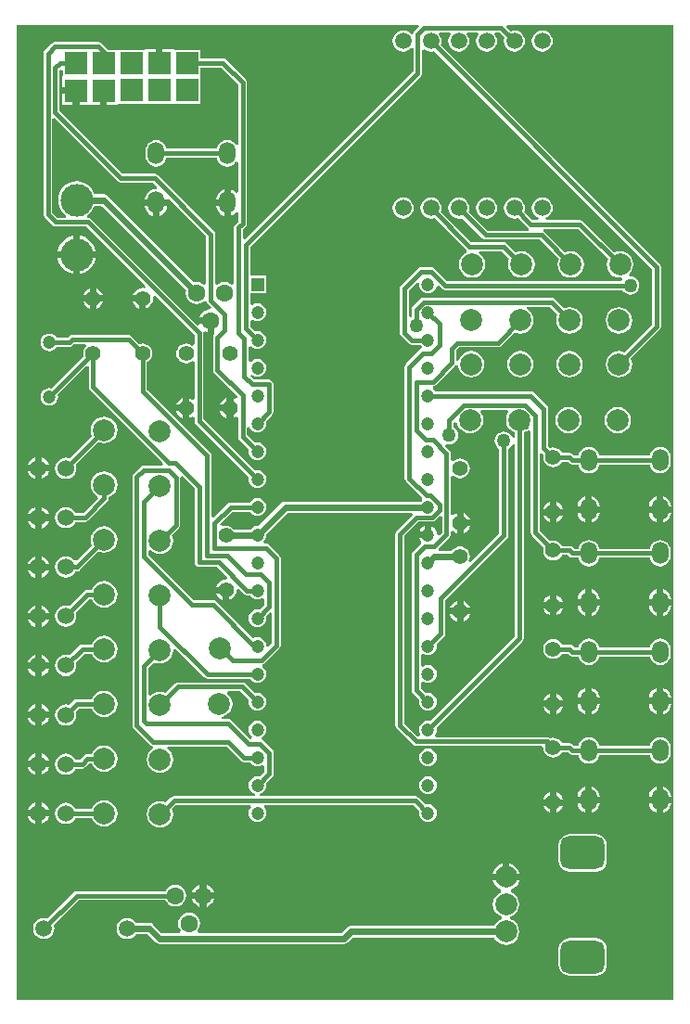
<source format=gbl>
G04*
G04 #@! TF.GenerationSoftware,Altium Limited,Altium Designer,19.1.6 (110)*
G04*
G04 Layer_Physical_Order=2*
G04 Layer_Color=16711680*
%FSLAX44Y44*%
%MOMM*%
G71*
G01*
G75*
%ADD16C,0.4000*%
%ADD28C,0.6000*%
%ADD29C,1.6000*%
%ADD30C,1.2000*%
%ADD31R,1.2000X1.2000*%
%ADD32C,1.4000*%
%ADD33C,2.0000*%
%ADD34O,1.5000X2.0000*%
%ADD35C,1.5240*%
G04:AMPARAMS|DCode=36|XSize=3mm|YSize=4mm|CornerRadius=0.75mm|HoleSize=0mm|Usage=FLASHONLY|Rotation=90.000|XOffset=0mm|YOffset=0mm|HoleType=Round|Shape=RoundedRectangle|*
%AMROUNDEDRECTD36*
21,1,3.0000,2.5000,0,0,90.0*
21,1,1.5000,4.0000,0,0,90.0*
1,1,1.5000,1.2500,0.7500*
1,1,1.5000,1.2500,-0.7500*
1,1,1.5000,-1.2500,-0.7500*
1,1,1.5000,-1.2500,0.7500*
%
%ADD36ROUNDEDRECTD36*%
%ADD37C,1.5000*%
%ADD38C,3.0000*%
%ADD39R,2.0000X2.0000*%
%ADD40C,1.2700*%
G36*
X855000Y375000D02*
X255000D01*
Y1265000D01*
X621619D01*
X622385Y1263152D01*
X618400Y1259168D01*
X617516Y1257845D01*
X617302Y1256768D01*
X616011Y1256243D01*
X615206Y1256215D01*
X614775Y1256776D01*
X612791Y1258298D01*
X610480Y1259256D01*
X608000Y1259582D01*
X605520Y1259256D01*
X603209Y1258298D01*
X601224Y1256776D01*
X599702Y1254791D01*
X598744Y1252480D01*
X598418Y1250000D01*
X598744Y1247520D01*
X599702Y1245209D01*
X601224Y1243225D01*
X603209Y1241702D01*
X605520Y1240745D01*
X608000Y1240418D01*
X610480Y1240745D01*
X612791Y1241702D01*
X614775Y1243225D01*
X615206Y1243785D01*
X617206Y1243107D01*
Y1222667D01*
X463634Y1069096D01*
X461786Y1069861D01*
Y1078065D01*
X464402Y1080680D01*
X465286Y1082003D01*
X465596Y1083564D01*
X465596Y1083564D01*
Y1211793D01*
X465596Y1211793D01*
X465286Y1213354D01*
X464402Y1214677D01*
X446195Y1232884D01*
X444872Y1233768D01*
X443311Y1234079D01*
X443311Y1234079D01*
X422800D01*
Y1242000D01*
X399716D01*
X397940Y1242540D01*
X397024Y1242540D01*
X388400D01*
Y1230000D01*
X382400D01*
Y1242540D01*
X373776D01*
X372860Y1242540D01*
X371084Y1242000D01*
X348234D01*
X348000Y1242000D01*
X346166Y1241600D01*
X346000Y1241600D01*
X338742D01*
X337884Y1242884D01*
X332884Y1247884D01*
X331561Y1248768D01*
X330000Y1249078D01*
X330000Y1249078D01*
X290000D01*
X288439Y1248768D01*
X287116Y1247884D01*
X280834Y1241602D01*
X279950Y1240279D01*
X279640Y1238718D01*
X279640Y1238718D01*
Y1092200D01*
X279640Y1092200D01*
X279950Y1090639D01*
X280834Y1089316D01*
X288200Y1081950D01*
X289523Y1081066D01*
X291084Y1080756D01*
X291084Y1080756D01*
X318384D01*
X372997Y1026143D01*
X372977Y1026068D01*
X371945Y1024367D01*
X370000Y1024623D01*
X367510Y1024295D01*
X365189Y1023333D01*
X363196Y1021804D01*
X361667Y1019811D01*
X360917Y1018000D01*
X370000D01*
Y1015000D01*
X373000D01*
Y1005917D01*
X374811Y1006667D01*
X376804Y1008196D01*
X378333Y1010189D01*
X379295Y1012510D01*
X379623Y1015000D01*
X379367Y1016945D01*
X381068Y1017977D01*
X381143Y1017997D01*
X417562Y981578D01*
Y973063D01*
X415562Y972077D01*
X414539Y972862D01*
X412350Y973769D01*
X410000Y974078D01*
X407651Y973769D01*
X405461Y972862D01*
X403581Y971419D01*
X402139Y969539D01*
X401232Y967350D01*
X400923Y965000D01*
X401232Y962651D01*
X402139Y960462D01*
X403581Y958581D01*
X405461Y957139D01*
X407651Y956232D01*
X410000Y955923D01*
X412350Y956232D01*
X414539Y957139D01*
X415562Y957924D01*
X417562Y956937D01*
Y923744D01*
X415562Y922758D01*
X414811Y923334D01*
X413000Y924084D01*
Y915001D01*
Y905917D01*
X414811Y906667D01*
X415562Y907243D01*
X417562Y906257D01*
Y903360D01*
X417562Y903360D01*
X417872Y901799D01*
X418756Y900476D01*
X467198Y852033D01*
X466931Y850000D01*
X467206Y847911D01*
X468012Y845965D01*
X469294Y844294D01*
X470965Y843012D01*
X472911Y842206D01*
X475000Y841931D01*
X477088Y842206D01*
X479034Y843012D01*
X480705Y844294D01*
X481988Y845965D01*
X482794Y847911D01*
X483069Y850000D01*
X482794Y852088D01*
X481988Y854034D01*
X480705Y855705D01*
X479034Y856988D01*
X477088Y857794D01*
X475000Y858069D01*
X472966Y857801D01*
X425718Y905049D01*
Y983267D01*
X425583Y983948D01*
X426251Y984636D01*
X427355Y985240D01*
X429300Y984434D01*
Y991600D01*
X422134D01*
X422298Y991206D01*
X420602Y990073D01*
X322957Y1087718D01*
X321634Y1088602D01*
X320171Y1088893D01*
X319981Y1089212D01*
X319635Y1090330D01*
X319631Y1090912D01*
X322079Y1092921D01*
X324203Y1095510D01*
X325782Y1098463D01*
X326218Y1099902D01*
X332488D01*
X409848Y1022542D01*
X409514Y1020000D01*
X409857Y1017390D01*
X410865Y1014957D01*
X412468Y1012868D01*
X414557Y1011265D01*
X416990Y1010257D01*
X419600Y1009914D01*
X422211Y1010257D01*
X424643Y1011265D01*
X426320Y1012552D01*
X427858Y1012250D01*
X428284Y1012017D01*
X428494Y1011878D01*
X428540Y1011645D01*
X429424Y1010322D01*
X432713Y1007033D01*
X431758Y1005160D01*
X429548Y1004869D01*
X426984Y1003807D01*
X424783Y1002117D01*
X423093Y999915D01*
X422134Y997600D01*
X432300D01*
Y994600D01*
X435300D01*
Y983461D01*
X435400Y983332D01*
X435696Y982484D01*
X435520Y982308D01*
X434636Y980985D01*
X434326Y979424D01*
X434326Y979424D01*
Y949728D01*
X434326Y949728D01*
X434636Y948168D01*
X435520Y946844D01*
X456740Y925625D01*
X456596Y924485D01*
X455650Y923875D01*
X454495Y923465D01*
X453000Y924084D01*
Y915001D01*
Y905917D01*
X454811Y906667D01*
X455462Y907167D01*
X457462Y906180D01*
Y888859D01*
X457462Y888859D01*
X457772Y887299D01*
X458657Y885975D01*
X467198Y877433D01*
X466931Y875400D01*
X467206Y873311D01*
X468012Y871365D01*
X469294Y869694D01*
X470965Y868412D01*
X472911Y867606D01*
X475000Y867331D01*
X477088Y867606D01*
X479034Y868412D01*
X480705Y869694D01*
X481988Y871365D01*
X482794Y873311D01*
X483069Y875400D01*
X482794Y877488D01*
X481988Y879434D01*
X480705Y881105D01*
X479034Y882388D01*
X477088Y883194D01*
X475000Y883469D01*
X472966Y883201D01*
X465619Y890549D01*
Y897317D01*
X467619Y897714D01*
X468012Y896765D01*
X469294Y895094D01*
X470965Y893812D01*
X472911Y893006D01*
X475000Y892731D01*
X477088Y893006D01*
X479034Y893812D01*
X480705Y895094D01*
X481988Y896765D01*
X482794Y898711D01*
X483069Y900800D01*
X482801Y902833D01*
X488424Y908456D01*
X489308Y909779D01*
X489618Y911340D01*
X489618Y911340D01*
Y936740D01*
X489308Y938300D01*
X488424Y939624D01*
X487100Y940508D01*
X485540Y940818D01*
X471589D01*
X468177Y944230D01*
X469499Y945737D01*
X470965Y944612D01*
X472911Y943806D01*
X475000Y943531D01*
X477088Y943806D01*
X479034Y944612D01*
X480705Y945894D01*
X481988Y947565D01*
X482794Y949511D01*
X483069Y951600D01*
X482794Y953688D01*
X481988Y955634D01*
X480705Y957306D01*
X479034Y958588D01*
X477088Y959394D01*
X475000Y959669D01*
X472911Y959394D01*
X470965Y958588D01*
X469294Y957306D01*
X469120Y957079D01*
X467120Y957758D01*
Y970842D01*
X469120Y971521D01*
X469294Y971294D01*
X470965Y970012D01*
X472911Y969206D01*
X475000Y968931D01*
X477088Y969206D01*
X479034Y970012D01*
X480705Y971294D01*
X481988Y972965D01*
X482794Y974911D01*
X483069Y977000D01*
X482794Y979088D01*
X481988Y981034D01*
X480705Y982706D01*
X479034Y983988D01*
X477088Y984794D01*
X475000Y985069D01*
X472966Y984801D01*
X468390Y989377D01*
Y994867D01*
X470390Y995853D01*
X470965Y995412D01*
X472911Y994606D01*
X475000Y994331D01*
X477088Y994606D01*
X479034Y995412D01*
X480705Y996694D01*
X481988Y998365D01*
X482794Y1000311D01*
X483069Y1002400D01*
X482794Y1004488D01*
X481988Y1006434D01*
X480705Y1008105D01*
X479034Y1009388D01*
X477088Y1010194D01*
X475000Y1010469D01*
X472911Y1010194D01*
X470965Y1009388D01*
X470390Y1008947D01*
X468390Y1009933D01*
Y1019800D01*
X483000D01*
Y1035800D01*
X468390D01*
Y1062317D01*
X624168Y1218094D01*
X624168Y1218094D01*
X625052Y1219417D01*
X625362Y1220978D01*
X625362Y1220978D01*
Y1241715D01*
X627362Y1242658D01*
X628609Y1241702D01*
X630920Y1240745D01*
X633400Y1240418D01*
X635880Y1240745D01*
X636592Y1241040D01*
X835392Y1042241D01*
Y991159D01*
X810106Y965874D01*
X808133Y966691D01*
X805000Y967103D01*
X801868Y966691D01*
X798948Y965482D01*
X796442Y963558D01*
X794518Y961052D01*
X793309Y958132D01*
X792897Y955000D01*
X793309Y951867D01*
X794518Y948948D01*
X796442Y946441D01*
X798948Y944518D01*
X801868Y943309D01*
X805000Y942896D01*
X808133Y943309D01*
X811052Y944518D01*
X813559Y946441D01*
X815482Y948948D01*
X816691Y951867D01*
X817104Y955000D01*
X816691Y958132D01*
X815874Y960106D01*
X842354Y986586D01*
X843238Y987909D01*
X843548Y989470D01*
X843548Y989470D01*
Y1043930D01*
X843548Y1043930D01*
X843238Y1045491D01*
X842354Y1046814D01*
X842354Y1046814D01*
X642360Y1246807D01*
X642655Y1247520D01*
X642982Y1250000D01*
X642655Y1252480D01*
X641698Y1254791D01*
X640734Y1256048D01*
X641667Y1258048D01*
X650532D01*
X651466Y1256048D01*
X650502Y1254791D01*
X649544Y1252480D01*
X649218Y1250000D01*
X649544Y1247520D01*
X650502Y1245209D01*
X652024Y1243225D01*
X654009Y1241702D01*
X656320Y1240745D01*
X658800Y1240418D01*
X661280Y1240745D01*
X663591Y1241702D01*
X665575Y1243225D01*
X667098Y1245209D01*
X668055Y1247520D01*
X668382Y1250000D01*
X668055Y1252480D01*
X667098Y1254791D01*
X666134Y1256048D01*
X667067Y1258048D01*
X675932D01*
X676866Y1256048D01*
X675902Y1254791D01*
X674944Y1252480D01*
X674618Y1250000D01*
X674944Y1247520D01*
X675902Y1245209D01*
X677424Y1243225D01*
X679409Y1241702D01*
X681720Y1240745D01*
X684200Y1240418D01*
X686680Y1240745D01*
X688991Y1241702D01*
X690975Y1243225D01*
X692498Y1245209D01*
X693455Y1247520D01*
X693782Y1250000D01*
X693455Y1252480D01*
X692498Y1254791D01*
X691534Y1256048D01*
X692467Y1258048D01*
X695785D01*
X700639Y1253193D01*
X700344Y1252480D01*
X700018Y1250000D01*
X700344Y1247520D01*
X701302Y1245209D01*
X702824Y1243225D01*
X704809Y1241702D01*
X707120Y1240745D01*
X709600Y1240418D01*
X712080Y1240745D01*
X714391Y1241702D01*
X716375Y1243225D01*
X717898Y1245209D01*
X718855Y1247520D01*
X719182Y1250000D01*
X718855Y1252480D01*
X717898Y1254791D01*
X716375Y1256776D01*
X714391Y1258298D01*
X712080Y1259256D01*
X709600Y1259582D01*
X707120Y1259256D01*
X706407Y1258960D01*
X702215Y1263152D01*
X702981Y1265000D01*
X855000D01*
Y375000D01*
D02*
G37*
G36*
X457440Y1210104D02*
Y1155805D01*
X455440Y1155258D01*
X454276Y1156775D01*
X452291Y1158298D01*
X449980Y1159255D01*
X447500Y1159582D01*
X445020Y1159255D01*
X442709Y1158298D01*
X440725Y1156775D01*
X439202Y1154791D01*
X438245Y1152480D01*
X438126Y1151578D01*
X391874D01*
X391756Y1152480D01*
X390798Y1154791D01*
X389276Y1156775D01*
X387291Y1158298D01*
X384980Y1159255D01*
X382500Y1159582D01*
X380020Y1159255D01*
X377709Y1158298D01*
X375725Y1156775D01*
X374202Y1154791D01*
X373245Y1152480D01*
X372918Y1150000D01*
Y1145000D01*
X373245Y1142520D01*
X374202Y1140209D01*
X375725Y1138224D01*
X377709Y1136702D01*
X380020Y1135744D01*
X382500Y1135418D01*
X384980Y1135744D01*
X387291Y1136702D01*
X389276Y1138224D01*
X390798Y1140209D01*
X391756Y1142520D01*
X391874Y1143421D01*
X438126D01*
X438245Y1142520D01*
X439202Y1140209D01*
X440725Y1138224D01*
X442709Y1136702D01*
X445020Y1135744D01*
X447500Y1135418D01*
X449980Y1135744D01*
X452291Y1136702D01*
X454276Y1138224D01*
X455440Y1139741D01*
X457440Y1139195D01*
Y1111825D01*
X455440Y1111146D01*
X454661Y1112161D01*
X452564Y1113770D01*
X450500Y1114625D01*
Y1102500D01*
Y1090376D01*
X452564Y1091230D01*
X454661Y1092840D01*
X455440Y1093855D01*
X457440Y1093176D01*
Y1085253D01*
X454824Y1082638D01*
X453940Y1081315D01*
X453630Y1079754D01*
X453630Y1079754D01*
Y1028234D01*
X451630Y1027518D01*
X450043Y1028735D01*
X447611Y1029743D01*
X445000Y1030086D01*
X442389Y1029743D01*
X439957Y1028735D01*
X438386Y1027530D01*
X436386Y1028261D01*
Y1073658D01*
X436076Y1075219D01*
X435192Y1076542D01*
X435192Y1076542D01*
X383884Y1127850D01*
X382561Y1128734D01*
X381000Y1129044D01*
X381000Y1129044D01*
X351955D01*
X294400Y1186599D01*
Y1223019D01*
X295400Y1223792D01*
X297400Y1222878D01*
Y1218916D01*
X296860Y1217140D01*
X296860Y1215824D01*
Y1207600D01*
X309400D01*
Y1204600D01*
X312400D01*
Y1192060D01*
X331400D01*
Y1204600D01*
X337400D01*
Y1192060D01*
X346389D01*
X346940Y1192060D01*
X348551Y1193000D01*
X348940Y1193000D01*
X371400D01*
X373400Y1193000D01*
X374000Y1193000D01*
X396800D01*
X398800Y1193000D01*
X399400Y1193000D01*
X422800D01*
Y1216000D01*
X422800Y1217500D01*
X422800Y1219000D01*
Y1225922D01*
X441622D01*
X457440Y1210104D01*
D02*
G37*
G36*
X347382Y1122082D02*
X348705Y1121198D01*
X350266Y1120888D01*
X350266Y1120888D01*
X379311D01*
X383138Y1117060D01*
X382706Y1115752D01*
X382273Y1115097D01*
X379879Y1114782D01*
X377437Y1113770D01*
X375340Y1112161D01*
X373730Y1110063D01*
X372719Y1107621D01*
X372439Y1105500D01*
X394142D01*
X394560Y1105638D01*
X428230Y1071969D01*
Y1028234D01*
X426230Y1027518D01*
X424643Y1028735D01*
X422211Y1029743D01*
X419600Y1030086D01*
X417058Y1029752D01*
X338205Y1108605D01*
X336551Y1109710D01*
X334600Y1110098D01*
X326218D01*
X325782Y1111537D01*
X324203Y1114491D01*
X322079Y1117079D01*
X319490Y1119203D01*
X316537Y1120782D01*
X313333Y1121754D01*
X310000Y1122082D01*
X306667Y1121754D01*
X303463Y1120782D01*
X300509Y1119203D01*
X297921Y1117079D01*
X295797Y1114491D01*
X294218Y1111537D01*
X293246Y1108333D01*
X292918Y1105000D01*
X293246Y1101667D01*
X294218Y1098463D01*
X295797Y1095510D01*
X297921Y1092921D01*
X300369Y1090912D01*
X300366Y1090418D01*
X299792Y1088912D01*
X292773D01*
X287796Y1093889D01*
Y1179055D01*
X289644Y1179820D01*
X347382Y1122082D01*
D02*
G37*
%LPC*%
G36*
X735000Y1259582D02*
X732520Y1259256D01*
X730209Y1258298D01*
X728224Y1256776D01*
X726702Y1254791D01*
X725744Y1252480D01*
X725418Y1250000D01*
X725744Y1247520D01*
X726702Y1245209D01*
X728224Y1243225D01*
X730209Y1241702D01*
X732520Y1240745D01*
X735000Y1240418D01*
X737480Y1240745D01*
X739791Y1241702D01*
X741775Y1243225D01*
X743298Y1245209D01*
X744255Y1247520D01*
X744582Y1250000D01*
X744255Y1252480D01*
X743298Y1254791D01*
X741775Y1256776D01*
X739791Y1258298D01*
X737480Y1259256D01*
X735000Y1259582D01*
D02*
G37*
G36*
X684200Y1107182D02*
X681720Y1106855D01*
X679409Y1105898D01*
X677424Y1104376D01*
X675902Y1102391D01*
X674944Y1100080D01*
X674618Y1097600D01*
X674944Y1095120D01*
X675902Y1092809D01*
X677424Y1090825D01*
X679409Y1089302D01*
X681720Y1088345D01*
X684200Y1088018D01*
X686680Y1088345D01*
X688991Y1089302D01*
X690975Y1090825D01*
X692498Y1092809D01*
X693455Y1095120D01*
X693782Y1097600D01*
X693455Y1100080D01*
X692498Y1102391D01*
X690975Y1104376D01*
X688991Y1105898D01*
X686680Y1106855D01*
X684200Y1107182D01*
D02*
G37*
G36*
X608000D02*
X605520Y1106855D01*
X603209Y1105898D01*
X601224Y1104376D01*
X599702Y1102391D01*
X598744Y1100080D01*
X598418Y1097600D01*
X598744Y1095120D01*
X599702Y1092809D01*
X601224Y1090825D01*
X603209Y1089302D01*
X605520Y1088345D01*
X608000Y1088018D01*
X610480Y1088345D01*
X612791Y1089302D01*
X614775Y1090825D01*
X616298Y1092809D01*
X617255Y1095120D01*
X617582Y1097600D01*
X617255Y1100080D01*
X616298Y1102391D01*
X614775Y1104376D01*
X612791Y1105898D01*
X610480Y1106855D01*
X608000Y1107182D01*
D02*
G37*
G36*
X735000D02*
X732520Y1106855D01*
X730209Y1105898D01*
X728224Y1104376D01*
X726702Y1102391D01*
X725744Y1100080D01*
X725418Y1097600D01*
X725744Y1095120D01*
X726702Y1092809D01*
X728224Y1090825D01*
X730209Y1089302D01*
X731840Y1088626D01*
X731442Y1086626D01*
X726341D01*
X718560Y1094407D01*
X718855Y1095120D01*
X719182Y1097600D01*
X718855Y1100080D01*
X717898Y1102391D01*
X716375Y1104376D01*
X714391Y1105898D01*
X712080Y1106855D01*
X709600Y1107182D01*
X707120Y1106855D01*
X704809Y1105898D01*
X702824Y1104376D01*
X701302Y1102391D01*
X700344Y1100080D01*
X700018Y1097600D01*
X700344Y1095120D01*
X701302Y1092809D01*
X702824Y1090825D01*
X704809Y1089302D01*
X707120Y1088345D01*
X709600Y1088018D01*
X712080Y1088345D01*
X712792Y1088640D01*
X721768Y1079664D01*
X722800Y1078974D01*
X722738Y1077757D01*
X722468Y1076974D01*
X685193D01*
X667760Y1094407D01*
X668055Y1095120D01*
X668382Y1097600D01*
X668055Y1100080D01*
X667098Y1102391D01*
X665575Y1104376D01*
X663591Y1105898D01*
X661280Y1106855D01*
X658800Y1107182D01*
X656320Y1106855D01*
X654009Y1105898D01*
X652024Y1104376D01*
X650502Y1102391D01*
X649544Y1100080D01*
X649218Y1097600D01*
X649544Y1095120D01*
X650502Y1092809D01*
X652024Y1090825D01*
X654009Y1089302D01*
X656320Y1088345D01*
X658800Y1088018D01*
X661280Y1088345D01*
X661992Y1088640D01*
X680620Y1070012D01*
X681943Y1069128D01*
X683504Y1068818D01*
X732415D01*
X750126Y1051106D01*
X749309Y1049133D01*
X748897Y1046000D01*
X749309Y1042867D01*
X750518Y1039948D01*
X752442Y1037441D01*
X754949Y1035518D01*
X757868Y1034309D01*
X761000Y1033896D01*
X764133Y1034309D01*
X767052Y1035518D01*
X769559Y1037441D01*
X771482Y1039948D01*
X772691Y1042867D01*
X773104Y1046000D01*
X772691Y1049133D01*
X771482Y1052052D01*
X769559Y1054558D01*
X767052Y1056482D01*
X764133Y1057691D01*
X761000Y1058103D01*
X757868Y1057691D01*
X755894Y1056874D01*
X736988Y1075780D01*
X735956Y1076470D01*
X736018Y1077687D01*
X736288Y1078470D01*
X767763D01*
X795126Y1051106D01*
X794309Y1049133D01*
X793896Y1046000D01*
X794309Y1042867D01*
X795518Y1039948D01*
X797441Y1037441D01*
X799948Y1035518D01*
X802867Y1034309D01*
X806000Y1033896D01*
X807367Y1034076D01*
X808385Y1032300D01*
X807534Y1031000D01*
X648053D01*
X636583Y1042470D01*
X635260Y1043354D01*
X633699Y1043664D01*
X633699Y1043664D01*
X624586D01*
X623025Y1043354D01*
X621702Y1042470D01*
X621702Y1042470D01*
X606208Y1026976D01*
X605324Y1025653D01*
X605014Y1024092D01*
X605014Y1024092D01*
Y983858D01*
X605014Y983858D01*
X605324Y982297D01*
X606208Y980974D01*
X613066Y974116D01*
X613066Y974116D01*
X614389Y973232D01*
X615950Y972921D01*
X615950Y972922D01*
X623625D01*
X624874Y971294D01*
X625270Y970990D01*
X624772Y968852D01*
X624349Y968768D01*
X623026Y967884D01*
X623026Y967884D01*
X610526Y955384D01*
X609642Y954061D01*
X609332Y952500D01*
X609332Y952500D01*
Y850900D01*
X609332Y850900D01*
X609642Y849339D01*
X610526Y848016D01*
X625359Y833183D01*
X625329Y830746D01*
X625215Y830567D01*
X624874Y830305D01*
X624408Y829698D01*
X500400D01*
X498449Y829310D01*
X496795Y828205D01*
X475759Y807169D01*
X475000Y807269D01*
X472911Y806994D01*
X470965Y806188D01*
X469294Y804905D01*
X468828Y804298D01*
X453342D01*
X452689Y805149D01*
X450809Y806591D01*
X448619Y807498D01*
X446270Y807808D01*
X443920Y807498D01*
X443350Y807262D01*
X441153Y808517D01*
X441049Y809252D01*
X452318Y820521D01*
X468046D01*
X469294Y818894D01*
X470965Y817612D01*
X472911Y816806D01*
X475000Y816531D01*
X477088Y816806D01*
X479034Y817612D01*
X480705Y818894D01*
X481988Y820565D01*
X482794Y822511D01*
X483069Y824600D01*
X482794Y826688D01*
X481988Y828634D01*
X480705Y830305D01*
X479034Y831588D01*
X477088Y832394D01*
X475000Y832669D01*
X472911Y832394D01*
X470965Y831588D01*
X469294Y830305D01*
X468046Y828678D01*
X450629D01*
X449068Y828368D01*
X447745Y827484D01*
X435127Y814866D01*
X433279Y815631D01*
Y871363D01*
X432969Y872924D01*
X432085Y874247D01*
X374079Y932253D01*
Y956948D01*
X374539Y957138D01*
X376419Y958581D01*
X377862Y960461D01*
X378769Y962650D01*
X379078Y965000D01*
X378769Y967349D01*
X377862Y969539D01*
X376419Y971419D01*
X374539Y972861D01*
X372350Y973768D01*
X370000Y974078D01*
X367651Y973768D01*
X367190Y973577D01*
X360238Y980530D01*
X358915Y981414D01*
X357354Y981724D01*
X357354Y981724D01*
X306176D01*
X306176Y981724D01*
X304615Y981414D01*
X303292Y980530D01*
X303292Y980530D01*
X301841Y979078D01*
X291954D01*
X290706Y980705D01*
X289035Y981988D01*
X287089Y982794D01*
X285000Y983069D01*
X282912Y982794D01*
X280966Y981988D01*
X279294Y980705D01*
X278012Y979034D01*
X277206Y977088D01*
X276931Y975000D01*
X277206Y972911D01*
X278012Y970965D01*
X279294Y969294D01*
X280966Y968012D01*
X282912Y967206D01*
X285000Y966931D01*
X287089Y967206D01*
X289035Y968012D01*
X290706Y969294D01*
X291954Y970921D01*
X303530D01*
X303530Y970921D01*
X305091Y971232D01*
X306414Y972116D01*
X307866Y973568D01*
X318096D01*
X318775Y971568D01*
X318581Y971419D01*
X317139Y969539D01*
X316232Y967349D01*
X315923Y965000D01*
X316232Y962650D01*
X316360Y962340D01*
X287023Y933003D01*
X285000Y933269D01*
X282912Y932994D01*
X280966Y932188D01*
X279294Y930906D01*
X278012Y929235D01*
X277206Y927289D01*
X276931Y925200D01*
X277206Y923112D01*
X278012Y921166D01*
X279294Y919494D01*
X280966Y918212D01*
X282912Y917406D01*
X285000Y917131D01*
X287089Y917406D01*
X289035Y918212D01*
X290706Y919494D01*
X291988Y921166D01*
X292794Y923112D01*
X293069Y925200D01*
X292800Y927244D01*
X319074Y953518D01*
X320922Y952753D01*
Y934438D01*
X320922Y934438D01*
X321232Y932877D01*
X322116Y931554D01*
X389204Y864466D01*
X388438Y862619D01*
X371348D01*
X371348Y862619D01*
X369787Y862308D01*
X368464Y861424D01*
X368464Y861424D01*
X361860Y854820D01*
X360976Y853497D01*
X360666Y851936D01*
X360666Y851936D01*
Y625256D01*
X360666Y625256D01*
X360976Y623695D01*
X361860Y622372D01*
X376754Y607478D01*
X376754Y607478D01*
X378077Y606594D01*
X379256Y606360D01*
X379665Y605250D01*
X379690Y604284D01*
X377442Y602558D01*
X375518Y600052D01*
X374309Y597132D01*
X373897Y594000D01*
X374309Y590867D01*
X375518Y587948D01*
X377442Y585441D01*
X379949Y583518D01*
X382868Y582309D01*
X386000Y581896D01*
X389133Y582309D01*
X392052Y583518D01*
X394559Y585441D01*
X396482Y587948D01*
X397691Y590867D01*
X398104Y594000D01*
X397691Y597132D01*
X396482Y600052D01*
X394559Y602558D01*
X392310Y604284D01*
X392383Y605218D01*
X392863Y606284D01*
X446680D01*
X459847Y593116D01*
X461170Y592232D01*
X462731Y591921D01*
X462731Y591922D01*
X468046D01*
X469294Y590294D01*
X470965Y589012D01*
X472911Y588206D01*
X475000Y587931D01*
X477088Y588206D01*
X479034Y589012D01*
X479570Y589423D01*
X481570Y588436D01*
Y582937D01*
X477033Y578401D01*
X475000Y578669D01*
X472911Y578394D01*
X470965Y577588D01*
X469294Y576306D01*
X468012Y574634D01*
X467206Y572688D01*
X466931Y570600D01*
X467206Y568511D01*
X468012Y566565D01*
X469294Y564894D01*
X470965Y563612D01*
X472911Y562806D01*
X472610Y560846D01*
X398768D01*
X398768Y560846D01*
X397207Y560536D01*
X395884Y559652D01*
X391106Y554874D01*
X389132Y555691D01*
X386000Y556104D01*
X382867Y555691D01*
X379948Y554482D01*
X377441Y552558D01*
X375518Y550052D01*
X374309Y547133D01*
X373896Y544000D01*
X374309Y540867D01*
X375518Y537948D01*
X377441Y535441D01*
X379948Y533518D01*
X382867Y532309D01*
X386000Y531896D01*
X389132Y532309D01*
X392052Y533518D01*
X394558Y535441D01*
X396482Y537948D01*
X397691Y540867D01*
X398103Y544000D01*
X397691Y547133D01*
X396874Y549106D01*
X400457Y552690D01*
X468334D01*
X468934Y551575D01*
X469129Y550690D01*
X468012Y549234D01*
X467206Y547288D01*
X466931Y545200D01*
X467206Y543111D01*
X468012Y541165D01*
X469294Y539494D01*
X470965Y538212D01*
X472911Y537406D01*
X475000Y537131D01*
X477088Y537406D01*
X479034Y538212D01*
X480705Y539494D01*
X481988Y541165D01*
X482794Y543111D01*
X483069Y545200D01*
X482794Y547288D01*
X481988Y549234D01*
X480871Y550690D01*
X481066Y551575D01*
X481666Y552690D01*
X617322D01*
X622779Y547233D01*
X622511Y545200D01*
X622786Y543111D01*
X623592Y541165D01*
X624874Y539494D01*
X626545Y538212D01*
X628492Y537406D01*
X630580Y537131D01*
X632668Y537406D01*
X634614Y538212D01*
X636286Y539494D01*
X637568Y541165D01*
X638374Y543111D01*
X638649Y545200D01*
X638374Y547288D01*
X637568Y549234D01*
X636286Y550905D01*
X634614Y552188D01*
X632668Y552994D01*
X630580Y553269D01*
X628546Y553001D01*
X621896Y559652D01*
X620572Y560536D01*
X619012Y560846D01*
X619012Y560846D01*
X477390D01*
X477088Y562806D01*
X479034Y563612D01*
X480705Y564894D01*
X481988Y566565D01*
X482794Y568511D01*
X483069Y570600D01*
X482801Y572633D01*
X488532Y578364D01*
X488532Y578364D01*
X489416Y579687D01*
X489726Y581248D01*
X489726Y581248D01*
Y600257D01*
X489416Y601818D01*
X488532Y603141D01*
X488532Y603141D01*
X480205Y611468D01*
X479037Y612248D01*
X478860Y613306D01*
X478849Y613764D01*
X478951Y614377D01*
X479034Y614412D01*
X480705Y615694D01*
X481988Y617365D01*
X482794Y619311D01*
X483069Y621400D01*
X482794Y623488D01*
X481988Y625434D01*
X480705Y627105D01*
X479034Y628388D01*
X477088Y629194D01*
X475000Y629469D01*
X472911Y629194D01*
X470965Y628388D01*
X469294Y627105D01*
X468012Y625434D01*
X467206Y623488D01*
X466931Y621400D01*
X467206Y619311D01*
X468012Y617365D01*
X469294Y615694D01*
X470225Y614980D01*
X469775Y612981D01*
X468261Y612836D01*
X451088Y630010D01*
X449765Y630894D01*
X448204Y631204D01*
X448204Y631204D01*
X442470D01*
X442339Y633204D01*
X443133Y633309D01*
X446052Y634518D01*
X448559Y636441D01*
X450482Y638948D01*
X451691Y641867D01*
X452104Y645000D01*
X451691Y648133D01*
X450482Y651052D01*
X448559Y653559D01*
X447233Y654576D01*
X447912Y656576D01*
X459456D01*
X467198Y648833D01*
X466931Y646800D01*
X467206Y644711D01*
X468012Y642765D01*
X469294Y641094D01*
X470965Y639812D01*
X472911Y639006D01*
X475000Y638731D01*
X477088Y639006D01*
X479034Y639812D01*
X480705Y641094D01*
X481988Y642765D01*
X482794Y644711D01*
X483069Y646800D01*
X482794Y648888D01*
X481988Y650834D01*
X480705Y652505D01*
X479034Y653788D01*
X477088Y654594D01*
X475000Y654869D01*
X472966Y654601D01*
X464030Y663538D01*
X462706Y664422D01*
X461146Y664732D01*
X461146Y664732D01*
X402654D01*
X401093Y664422D01*
X399770Y663538D01*
X399770Y663538D01*
X391106Y654874D01*
X389133Y655691D01*
X386000Y656104D01*
X382868Y655691D01*
X379949Y654482D01*
X377442Y652559D01*
X377426Y652539D01*
X375426Y653218D01*
Y677659D01*
X380894Y683126D01*
X382868Y682309D01*
X386000Y681897D01*
X389133Y682309D01*
X392052Y683518D01*
X394559Y685442D01*
X396482Y687948D01*
X397691Y690867D01*
X398104Y694000D01*
X397989Y694875D01*
X399883Y695809D01*
X426376Y669316D01*
X426376Y669316D01*
X427699Y668432D01*
X429260Y668121D01*
X429260Y668121D01*
X468046D01*
X469294Y666494D01*
X470965Y665212D01*
X472911Y664406D01*
X475000Y664131D01*
X477088Y664406D01*
X479034Y665212D01*
X480705Y666494D01*
X481988Y668165D01*
X482794Y670111D01*
X483069Y672200D01*
X482794Y674288D01*
X481988Y676234D01*
X480705Y677906D01*
X479471Y678852D01*
X479627Y680499D01*
X479780Y680837D01*
X479865Y680970D01*
X480097Y681016D01*
X481420Y681900D01*
X495136Y695616D01*
X495136Y695616D01*
X496020Y696939D01*
X496330Y698500D01*
Y777538D01*
X496020Y779098D01*
X495136Y780422D01*
X495136Y780422D01*
X485484Y790073D01*
X484161Y790958D01*
X482600Y791268D01*
X482600Y791268D01*
X481090D01*
X480411Y793268D01*
X480705Y793494D01*
X481988Y795165D01*
X482794Y797111D01*
X483069Y799200D01*
X482969Y799959D01*
X502511Y819502D01*
X615906D01*
X616734Y817502D01*
X602116Y802884D01*
X601232Y801561D01*
X600922Y800000D01*
X600922Y800000D01*
Y625630D01*
X600922Y625630D01*
X601232Y624069D01*
X602116Y622746D01*
X617130Y607732D01*
X617130Y607732D01*
X618453Y606848D01*
X620014Y606538D01*
X734608D01*
X735927Y605034D01*
X735922Y605000D01*
X736232Y602651D01*
X737138Y600461D01*
X738581Y598581D01*
X740461Y597139D01*
X742650Y596232D01*
X745000Y595922D01*
X747349Y596232D01*
X749539Y597139D01*
X751419Y598581D01*
X752861Y600461D01*
X753052Y600922D01*
X758279D01*
X759584Y599616D01*
X760907Y598732D01*
X762468Y598422D01*
X762468Y598422D01*
X768126D01*
X768245Y597520D01*
X769202Y595209D01*
X770725Y593225D01*
X772709Y591702D01*
X775020Y590745D01*
X777500Y590418D01*
X779980Y590745D01*
X782291Y591702D01*
X784276Y593225D01*
X785798Y595209D01*
X786756Y597520D01*
X786874Y598422D01*
X833126D01*
X833245Y597520D01*
X834202Y595209D01*
X835725Y593225D01*
X837709Y591702D01*
X840020Y590745D01*
X842500Y590418D01*
X844980Y590745D01*
X847291Y591702D01*
X849276Y593225D01*
X850798Y595209D01*
X851756Y597520D01*
X852082Y600000D01*
Y605000D01*
X851756Y607480D01*
X850798Y609791D01*
X849276Y611776D01*
X847291Y613298D01*
X844980Y614256D01*
X842500Y614582D01*
X840020Y614256D01*
X837709Y613298D01*
X835725Y611776D01*
X834202Y609791D01*
X833245Y607480D01*
X833126Y606578D01*
X786874D01*
X786756Y607480D01*
X785798Y609791D01*
X784276Y611776D01*
X782291Y613298D01*
X779980Y614256D01*
X777500Y614582D01*
X775020Y614256D01*
X772709Y613298D01*
X770725Y611776D01*
X769202Y609791D01*
X768245Y607480D01*
X768126Y606578D01*
X764157D01*
X762852Y607884D01*
X761529Y608768D01*
X759968Y609078D01*
X759968Y609078D01*
X753052D01*
X752861Y609539D01*
X751419Y611419D01*
X749539Y612862D01*
X747349Y613768D01*
X745000Y614078D01*
X742650Y613768D01*
X742166Y613568D01*
X740945Y614384D01*
X739384Y614694D01*
X739384Y614694D01*
X638039D01*
X637053Y616694D01*
X637568Y617365D01*
X638374Y619311D01*
X638649Y621400D01*
X638381Y623433D01*
X716884Y701936D01*
X717768Y703259D01*
X718079Y704820D01*
X718078Y704820D01*
Y892701D01*
X720052Y893518D01*
X720780Y894077D01*
X721561Y894232D01*
X722648Y894959D01*
X723670Y894689D01*
X724648Y894156D01*
Y801274D01*
X724648Y801274D01*
X724958Y799713D01*
X725842Y798390D01*
X736422Y787810D01*
X736232Y787350D01*
X735922Y785000D01*
X736232Y782651D01*
X737138Y780461D01*
X738581Y778581D01*
X740461Y777139D01*
X742650Y776232D01*
X745000Y775923D01*
X747349Y776232D01*
X749539Y777139D01*
X751419Y778581D01*
X752861Y780461D01*
X753052Y780922D01*
X758279D01*
X759585Y779616D01*
X759585Y779616D01*
X760908Y778732D01*
X762468Y778421D01*
X768126D01*
X768245Y777520D01*
X769202Y775209D01*
X770725Y773224D01*
X772709Y771702D01*
X775020Y770744D01*
X777500Y770418D01*
X779980Y770744D01*
X782291Y771702D01*
X784276Y773224D01*
X785798Y775209D01*
X786756Y777520D01*
X786874Y778421D01*
X833126D01*
X833245Y777520D01*
X834202Y775209D01*
X835725Y773224D01*
X837709Y771702D01*
X840020Y770744D01*
X842500Y770418D01*
X844980Y770744D01*
X847291Y771702D01*
X849276Y773224D01*
X850798Y775209D01*
X851756Y777520D01*
X852082Y780000D01*
Y785000D01*
X851756Y787480D01*
X850798Y789791D01*
X849276Y791775D01*
X847291Y793298D01*
X844980Y794255D01*
X842500Y794582D01*
X840020Y794255D01*
X837709Y793298D01*
X835725Y791775D01*
X834202Y789791D01*
X833245Y787480D01*
X833126Y786578D01*
X786874D01*
X786756Y787480D01*
X785798Y789791D01*
X784276Y791775D01*
X782291Y793298D01*
X779980Y794255D01*
X777500Y794582D01*
X775020Y794255D01*
X772709Y793298D01*
X770725Y791775D01*
X769202Y789791D01*
X768245Y787480D01*
X768126Y786578D01*
X764158D01*
X762852Y787884D01*
X761529Y788768D01*
X759968Y789079D01*
X759968Y789079D01*
X753052D01*
X752861Y789539D01*
X751419Y791419D01*
X749539Y792862D01*
X747349Y793768D01*
X745000Y794078D01*
X742650Y793768D01*
X742190Y793578D01*
X732804Y802963D01*
Y873600D01*
X734804Y874429D01*
X736423Y872810D01*
X736232Y872350D01*
X735923Y870000D01*
X736232Y867651D01*
X737139Y865462D01*
X738581Y863581D01*
X740462Y862139D01*
X742651Y861232D01*
X745000Y860923D01*
X747350Y861232D01*
X749539Y862139D01*
X751419Y863581D01*
X752862Y865462D01*
X753053Y865922D01*
X758279D01*
X759585Y864616D01*
X759585Y864616D01*
X760908Y863732D01*
X762468Y863422D01*
X768126D01*
X768245Y862520D01*
X769202Y860209D01*
X770725Y858224D01*
X772709Y856702D01*
X775020Y855744D01*
X777500Y855418D01*
X779980Y855744D01*
X782291Y856702D01*
X784276Y858224D01*
X785798Y860209D01*
X786756Y862520D01*
X786874Y863422D01*
X833126D01*
X833245Y862520D01*
X834202Y860209D01*
X835725Y858224D01*
X837709Y856702D01*
X840020Y855744D01*
X842500Y855418D01*
X844980Y855744D01*
X847291Y856702D01*
X849276Y858224D01*
X850798Y860209D01*
X851756Y862520D01*
X852082Y865000D01*
Y870000D01*
X851756Y872480D01*
X850798Y874791D01*
X849276Y876775D01*
X847291Y878298D01*
X844980Y879255D01*
X842500Y879582D01*
X840020Y879255D01*
X837709Y878298D01*
X835725Y876775D01*
X834202Y874791D01*
X833245Y872480D01*
X833126Y871578D01*
X786874D01*
X786756Y872480D01*
X785798Y874791D01*
X784276Y876775D01*
X782291Y878298D01*
X779980Y879255D01*
X777500Y879582D01*
X775020Y879255D01*
X772709Y878298D01*
X770725Y876775D01*
X769202Y874791D01*
X768245Y872480D01*
X768126Y871578D01*
X764158D01*
X762852Y872884D01*
X761529Y873768D01*
X759968Y874079D01*
X759968Y874079D01*
X753053D01*
X752862Y874539D01*
X751419Y876419D01*
X749539Y877862D01*
X747350Y878769D01*
X745000Y879078D01*
X742651Y878769D01*
X742190Y878578D01*
X740424Y880344D01*
Y914400D01*
X740424Y914400D01*
X740114Y915961D01*
X739230Y917284D01*
X727430Y929084D01*
X726107Y929968D01*
X724546Y930278D01*
X724546Y930278D01*
X637534D01*
X636286Y931906D01*
X635158Y932771D01*
X635148Y932894D01*
X635625Y934830D01*
X636561Y935016D01*
X637884Y935900D01*
X655108Y953124D01*
X655108Y953124D01*
X655959Y954397D01*
X656125Y954426D01*
X658003Y954192D01*
X658309Y951867D01*
X659518Y948948D01*
X661442Y946441D01*
X663948Y944518D01*
X666868Y943309D01*
X670000Y942896D01*
X673133Y943309D01*
X676052Y944518D01*
X678559Y946441D01*
X680482Y948948D01*
X681691Y951867D01*
X682104Y955000D01*
X681691Y958132D01*
X680482Y961052D01*
X678559Y963558D01*
X676052Y965482D01*
X673133Y966691D01*
X670000Y967103D01*
X666868Y966691D01*
X663948Y965482D01*
X661442Y963558D01*
X659518Y961052D01*
X658309Y958132D01*
X658303Y958083D01*
X656303Y958215D01*
Y967527D01*
X659295Y970520D01*
X694598D01*
X694598Y970520D01*
X696159Y970830D01*
X697482Y971714D01*
X709894Y984126D01*
X711867Y983309D01*
X715000Y982896D01*
X718132Y983309D01*
X721052Y984518D01*
X723558Y986441D01*
X725482Y988948D01*
X726691Y991867D01*
X727103Y995000D01*
X726691Y998132D01*
X725482Y1001052D01*
X723558Y1003558D01*
X721052Y1005482D01*
X720835Y1005572D01*
X721233Y1007571D01*
X741661D01*
X749126Y1000106D01*
X748309Y998132D01*
X747896Y995000D01*
X748309Y991867D01*
X749518Y988948D01*
X751441Y986441D01*
X753948Y984518D01*
X756867Y983309D01*
X760000Y982896D01*
X763133Y983309D01*
X766052Y984518D01*
X768559Y986441D01*
X770482Y988948D01*
X771691Y991867D01*
X772104Y995000D01*
X771691Y998132D01*
X770482Y1001052D01*
X768559Y1003558D01*
X766052Y1005482D01*
X763133Y1006691D01*
X760000Y1007103D01*
X756867Y1006691D01*
X754894Y1005873D01*
X746234Y1014534D01*
X744911Y1015418D01*
X743350Y1015728D01*
X743350Y1015728D01*
X626749D01*
X626748Y1015728D01*
X625188Y1015418D01*
X623865Y1014534D01*
X623865Y1014534D01*
X617116Y1007785D01*
X616232Y1006462D01*
X615922Y1004901D01*
X615922Y1004901D01*
Y998679D01*
X615170Y998211D01*
X613170Y999323D01*
Y1022403D01*
X620786Y1030018D01*
X622680Y1029084D01*
X622511Y1027800D01*
X622786Y1025711D01*
X623592Y1023765D01*
X624874Y1022094D01*
X626545Y1020812D01*
X628492Y1020006D01*
X630580Y1019731D01*
X632668Y1020006D01*
X634614Y1020812D01*
X636286Y1022094D01*
X637568Y1023765D01*
X638374Y1025711D01*
X638444Y1026245D01*
X640556Y1026962D01*
X643480Y1024038D01*
X643480Y1024038D01*
X644803Y1023154D01*
X646364Y1022844D01*
X646364Y1022844D01*
X807991D01*
X808046Y1022711D01*
X809385Y1020967D01*
X811129Y1019628D01*
X813160Y1018787D01*
X815340Y1018500D01*
X817520Y1018787D01*
X819551Y1019628D01*
X821295Y1020967D01*
X822634Y1022711D01*
X823475Y1024742D01*
X823762Y1026922D01*
X823475Y1029102D01*
X822634Y1031133D01*
X821295Y1032877D01*
X819551Y1034216D01*
X817520Y1035057D01*
X815340Y1035344D01*
X815063Y1035308D01*
X814270Y1037221D01*
X814558Y1037441D01*
X816482Y1039948D01*
X817691Y1042867D01*
X818103Y1046000D01*
X817691Y1049133D01*
X816482Y1052052D01*
X814558Y1054558D01*
X812052Y1056482D01*
X809133Y1057691D01*
X806000Y1058103D01*
X802867Y1057691D01*
X800894Y1056874D01*
X772336Y1085432D01*
X771013Y1086316D01*
X769452Y1086626D01*
X769452Y1086626D01*
X738558D01*
X738160Y1088626D01*
X739791Y1089302D01*
X741775Y1090825D01*
X743298Y1092809D01*
X744255Y1095120D01*
X744582Y1097600D01*
X744255Y1100080D01*
X743298Y1102391D01*
X741775Y1104376D01*
X739791Y1105898D01*
X737480Y1106855D01*
X735000Y1107182D01*
D02*
G37*
G36*
X313000Y1072330D02*
Y1058000D01*
X327329D01*
X327286Y1058439D01*
X326283Y1061745D01*
X324654Y1064792D01*
X322463Y1067463D01*
X319792Y1069655D01*
X316745Y1071283D01*
X313438Y1072286D01*
X313000Y1072330D01*
D02*
G37*
G36*
X307000D02*
X306561Y1072286D01*
X303255Y1071283D01*
X300208Y1069655D01*
X297537Y1067463D01*
X295345Y1064792D01*
X293717Y1061745D01*
X292714Y1058439D01*
X292670Y1058000D01*
X307000D01*
Y1072330D01*
D02*
G37*
G36*
X327329Y1052000D02*
X313000D01*
Y1037671D01*
X313438Y1037714D01*
X316745Y1038717D01*
X319792Y1040346D01*
X322463Y1042538D01*
X324654Y1045208D01*
X326283Y1048255D01*
X327286Y1051562D01*
X327329Y1052000D01*
D02*
G37*
G36*
X307000D02*
X292670D01*
X292714Y1051562D01*
X293717Y1048255D01*
X295345Y1045208D01*
X297537Y1042538D01*
X300208Y1040346D01*
X303255Y1038717D01*
X306561Y1037714D01*
X307000Y1037671D01*
Y1052000D01*
D02*
G37*
G36*
X633400Y1107182D02*
X630920Y1106855D01*
X628609Y1105898D01*
X626624Y1104376D01*
X625102Y1102391D01*
X624144Y1100080D01*
X623818Y1097600D01*
X624144Y1095120D01*
X625102Y1092809D01*
X626624Y1090825D01*
X628609Y1089302D01*
X630920Y1088345D01*
X633400Y1088018D01*
X635880Y1088345D01*
X636592Y1088640D01*
X665634Y1059598D01*
X665634Y1059598D01*
X666250Y1059186D01*
X666168Y1056987D01*
X664948Y1056482D01*
X662442Y1054559D01*
X660518Y1052052D01*
X659309Y1049133D01*
X658897Y1046000D01*
X659309Y1042868D01*
X660518Y1039948D01*
X662442Y1037442D01*
X664948Y1035518D01*
X667868Y1034309D01*
X671000Y1033897D01*
X674133Y1034309D01*
X677052Y1035518D01*
X679559Y1037442D01*
X681482Y1039948D01*
X682691Y1042868D01*
X683104Y1046000D01*
X682691Y1049133D01*
X681482Y1052052D01*
X679559Y1054559D01*
X677154Y1056404D01*
X677141Y1056610D01*
X677988Y1058404D01*
X697829D01*
X705126Y1051106D01*
X704309Y1049133D01*
X703896Y1046000D01*
X704309Y1042867D01*
X705518Y1039948D01*
X707442Y1037441D01*
X709948Y1035518D01*
X712868Y1034309D01*
X716000Y1033896D01*
X719133Y1034309D01*
X722052Y1035518D01*
X724559Y1037441D01*
X726482Y1039948D01*
X727691Y1042867D01*
X728104Y1046000D01*
X727691Y1049133D01*
X726482Y1052052D01*
X724559Y1054558D01*
X722052Y1056482D01*
X719133Y1057691D01*
X716000Y1058103D01*
X712868Y1057691D01*
X710894Y1056874D01*
X702402Y1065366D01*
X701079Y1066250D01*
X699518Y1066560D01*
X699518Y1066560D01*
X670207D01*
X642360Y1094407D01*
X642655Y1095120D01*
X642982Y1097600D01*
X642655Y1100080D01*
X641698Y1102391D01*
X640175Y1104376D01*
X638191Y1105898D01*
X635880Y1106855D01*
X633400Y1107182D01*
D02*
G37*
G36*
X328000Y1024084D02*
Y1018000D01*
X334084D01*
X333333Y1019811D01*
X331804Y1021804D01*
X329811Y1023333D01*
X328000Y1024084D01*
D02*
G37*
G36*
X322000D02*
X320189Y1023333D01*
X318196Y1021804D01*
X316667Y1019811D01*
X315917Y1018000D01*
X322000D01*
Y1024084D01*
D02*
G37*
G36*
X334084Y1012000D02*
X328000D01*
Y1005917D01*
X329811Y1006667D01*
X331804Y1008196D01*
X333333Y1010189D01*
X334084Y1012000D01*
D02*
G37*
G36*
X367000D02*
X360917D01*
X361667Y1010189D01*
X363196Y1008196D01*
X365189Y1006667D01*
X367000Y1005917D01*
Y1012000D01*
D02*
G37*
G36*
X322000D02*
X315917D01*
X316667Y1010189D01*
X318196Y1008196D01*
X320189Y1006667D01*
X322000Y1005917D01*
Y1012000D01*
D02*
G37*
G36*
X805000Y1007103D02*
X801868Y1006691D01*
X798948Y1005482D01*
X796442Y1003558D01*
X794518Y1001052D01*
X793309Y998132D01*
X792897Y995000D01*
X793309Y991867D01*
X794518Y988948D01*
X796442Y986441D01*
X798948Y984518D01*
X801868Y983309D01*
X805000Y982896D01*
X808133Y983309D01*
X811052Y984518D01*
X813559Y986441D01*
X815482Y988948D01*
X816691Y991867D01*
X817104Y995000D01*
X816691Y998132D01*
X815482Y1001052D01*
X813559Y1003558D01*
X811052Y1005482D01*
X808133Y1006691D01*
X805000Y1007103D01*
D02*
G37*
G36*
X760000Y967103D02*
X756867Y966691D01*
X753948Y965482D01*
X751441Y963558D01*
X749518Y961052D01*
X748309Y958132D01*
X747896Y955000D01*
X748309Y951867D01*
X749518Y948948D01*
X751441Y946441D01*
X753948Y944518D01*
X756867Y943309D01*
X760000Y942896D01*
X763133Y943309D01*
X766052Y944518D01*
X768559Y946441D01*
X770482Y948948D01*
X771691Y951867D01*
X772104Y955000D01*
X771691Y958132D01*
X770482Y961052D01*
X768559Y963558D01*
X766052Y965482D01*
X763133Y966691D01*
X760000Y967103D01*
D02*
G37*
G36*
X715000D02*
X711867Y966691D01*
X708948Y965482D01*
X706441Y963558D01*
X704518Y961052D01*
X703309Y958132D01*
X702896Y955000D01*
X703309Y951867D01*
X704518Y948948D01*
X706441Y946441D01*
X708948Y944518D01*
X711867Y943309D01*
X715000Y942896D01*
X718132Y943309D01*
X721052Y944518D01*
X723558Y946441D01*
X725482Y948948D01*
X726691Y951867D01*
X727103Y955000D01*
X726691Y958132D01*
X725482Y961052D01*
X723558Y963558D01*
X721052Y965482D01*
X718132Y966691D01*
X715000Y967103D01*
D02*
G37*
G36*
X447000Y924084D02*
X445189Y923334D01*
X443196Y921805D01*
X441667Y919812D01*
X440917Y918000D01*
X447000D01*
Y924084D01*
D02*
G37*
G36*
X407000D02*
X405189Y923334D01*
X403196Y921805D01*
X401667Y919812D01*
X400917Y918000D01*
X407000D01*
Y924084D01*
D02*
G37*
G36*
X447000Y912001D02*
X440917D01*
X441667Y910189D01*
X443196Y908196D01*
X445189Y906667D01*
X447000Y905917D01*
Y912001D01*
D02*
G37*
G36*
X407000D02*
X400917D01*
X401667Y910189D01*
X403196Y908196D01*
X405189Y906667D01*
X407000Y905917D01*
Y912001D01*
D02*
G37*
G36*
X804000Y916104D02*
X800867Y915691D01*
X797948Y914482D01*
X795441Y912559D01*
X793518Y910052D01*
X792309Y907133D01*
X791896Y904000D01*
X792309Y900868D01*
X793518Y897948D01*
X795441Y895442D01*
X797948Y893518D01*
X800867Y892309D01*
X804000Y891897D01*
X807132Y892309D01*
X810052Y893518D01*
X812558Y895442D01*
X814482Y897948D01*
X815691Y900868D01*
X816104Y904000D01*
X815691Y907133D01*
X814482Y910052D01*
X812558Y912559D01*
X810052Y914482D01*
X807132Y915691D01*
X804000Y916104D01*
D02*
G37*
G36*
X759000D02*
X755868Y915691D01*
X752949Y914482D01*
X750442Y912559D01*
X748518Y910052D01*
X747309Y907133D01*
X746897Y904000D01*
X747309Y900868D01*
X748518Y897948D01*
X750442Y895442D01*
X752949Y893518D01*
X755868Y892309D01*
X759000Y891897D01*
X762133Y892309D01*
X765052Y893518D01*
X767559Y895442D01*
X769482Y897948D01*
X770691Y900868D01*
X771104Y904000D01*
X770691Y907133D01*
X769482Y910052D01*
X767559Y912559D01*
X765052Y914482D01*
X762133Y915691D01*
X759000Y916104D01*
D02*
G37*
G36*
X335000Y907104D02*
X331867Y906691D01*
X328948Y905482D01*
X326442Y903559D01*
X324518Y901052D01*
X323309Y898133D01*
X322896Y895000D01*
X323309Y891867D01*
X324126Y889894D01*
X303284Y869052D01*
X302511Y869372D01*
X300000Y869703D01*
X297489Y869372D01*
X295148Y868403D01*
X293139Y866861D01*
X291597Y864851D01*
X290627Y862511D01*
X290297Y860000D01*
X290627Y857488D01*
X291597Y855148D01*
X293139Y853139D01*
X295148Y851597D01*
X297489Y850627D01*
X300000Y850297D01*
X302511Y850627D01*
X304851Y851597D01*
X306861Y853139D01*
X308403Y855148D01*
X309372Y857488D01*
X309703Y860000D01*
X309372Y862511D01*
X309052Y863284D01*
X329894Y884126D01*
X331867Y883309D01*
X335000Y882896D01*
X338133Y883309D01*
X341052Y884518D01*
X343559Y886441D01*
X345482Y888948D01*
X346691Y891867D01*
X347104Y895000D01*
X346691Y898133D01*
X345482Y901052D01*
X343559Y903559D01*
X341052Y905482D01*
X338133Y906691D01*
X335000Y907104D01*
D02*
G37*
G36*
X278000Y869754D02*
Y863000D01*
X284755D01*
X283875Y865124D01*
X282246Y867246D01*
X280124Y868875D01*
X278000Y869754D01*
D02*
G37*
G36*
X272000D02*
X269876Y868875D01*
X267754Y867246D01*
X266126Y865124D01*
X265246Y863000D01*
X272000D01*
Y869754D01*
D02*
G37*
G36*
X284755Y857000D02*
X278000D01*
Y850245D01*
X280124Y851125D01*
X282246Y852754D01*
X283875Y854876D01*
X284755Y857000D01*
D02*
G37*
G36*
X272000D02*
X265246D01*
X266126Y854876D01*
X267754Y852754D01*
X269876Y851125D01*
X272000Y850245D01*
Y857000D01*
D02*
G37*
G36*
X845500Y834625D02*
Y825500D01*
X852561D01*
X852282Y827621D01*
X851270Y830064D01*
X849661Y832161D01*
X847563Y833770D01*
X845500Y834625D01*
D02*
G37*
G36*
X839500D02*
X837437Y833770D01*
X835340Y832161D01*
X833730Y830064D01*
X832719Y827621D01*
X832439Y825500D01*
X839500D01*
Y834625D01*
D02*
G37*
G36*
X780500D02*
Y825500D01*
X787561D01*
X787282Y827621D01*
X786270Y830064D01*
X784661Y832161D01*
X782563Y833770D01*
X780500Y834625D01*
D02*
G37*
G36*
X774500D02*
X772437Y833770D01*
X770340Y832161D01*
X768730Y830064D01*
X767719Y827621D01*
X767439Y825500D01*
X774500D01*
Y834625D01*
D02*
G37*
G36*
X748000Y829083D02*
Y823000D01*
X754084D01*
X753333Y824811D01*
X751804Y826804D01*
X749811Y828333D01*
X748000Y829083D01*
D02*
G37*
G36*
X742000D02*
X740189Y828333D01*
X738196Y826804D01*
X736667Y824811D01*
X735917Y823000D01*
X742000D01*
Y829083D01*
D02*
G37*
G36*
X335000Y857104D02*
X331867Y856691D01*
X328948Y855482D01*
X326442Y853559D01*
X324518Y851052D01*
X323309Y848133D01*
X322896Y845000D01*
X323309Y841868D01*
X324518Y838948D01*
X326442Y836442D01*
X328650Y834747D01*
X329296Y832768D01*
X329330Y832598D01*
X315811Y819079D01*
X308723D01*
X308403Y819852D01*
X306861Y821861D01*
X304851Y823403D01*
X302511Y824372D01*
X300000Y824703D01*
X297489Y824372D01*
X295148Y823403D01*
X293139Y821861D01*
X291597Y819852D01*
X290627Y817512D01*
X290297Y815000D01*
X290627Y812489D01*
X291597Y810149D01*
X293139Y808139D01*
X295148Y806597D01*
X297489Y805628D01*
X300000Y805297D01*
X302511Y805628D01*
X304851Y806597D01*
X306861Y808139D01*
X308403Y810149D01*
X308723Y810922D01*
X317500D01*
X317500Y810922D01*
X319061Y811232D01*
X320384Y812116D01*
X337884Y829616D01*
X338768Y830939D01*
X339078Y832500D01*
X339078Y832500D01*
Y833701D01*
X341052Y834518D01*
X343559Y836442D01*
X345482Y838948D01*
X346691Y841868D01*
X347104Y845000D01*
X346691Y848133D01*
X345482Y851052D01*
X343559Y853559D01*
X341052Y855482D01*
X338133Y856691D01*
X335000Y857104D01*
D02*
G37*
G36*
X278000Y824755D02*
Y818000D01*
X284755D01*
X283875Y820124D01*
X282246Y822246D01*
X280124Y823875D01*
X278000Y824755D01*
D02*
G37*
G36*
X272000D02*
X269876Y823875D01*
X267754Y822246D01*
X266126Y820124D01*
X265246Y818000D01*
X272000D01*
Y824755D01*
D02*
G37*
G36*
X754084Y817000D02*
X748000D01*
Y810917D01*
X749811Y811667D01*
X751804Y813196D01*
X753333Y815189D01*
X754084Y817000D01*
D02*
G37*
G36*
X742000D02*
X735917D01*
X736667Y815189D01*
X738196Y813196D01*
X740189Y811667D01*
X742000Y810917D01*
Y817000D01*
D02*
G37*
G36*
X852561Y819500D02*
X845500D01*
Y810376D01*
X847563Y811230D01*
X849661Y812840D01*
X851270Y814937D01*
X852282Y817379D01*
X852561Y819500D01*
D02*
G37*
G36*
X839500D02*
X832439D01*
X832719Y817379D01*
X833730Y814937D01*
X835340Y812840D01*
X837437Y811230D01*
X839500Y810376D01*
Y819500D01*
D02*
G37*
G36*
X787561D02*
X780500D01*
Y810376D01*
X782563Y811230D01*
X784661Y812840D01*
X786270Y814937D01*
X787282Y817379D01*
X787561Y819500D01*
D02*
G37*
G36*
X774500D02*
X767439D01*
X767719Y817379D01*
X768730Y814937D01*
X770340Y812840D01*
X772437Y811230D01*
X774500Y810376D01*
Y819500D01*
D02*
G37*
G36*
X284755Y812000D02*
X278000D01*
Y805246D01*
X280124Y806125D01*
X282246Y807754D01*
X283875Y809876D01*
X284755Y812000D01*
D02*
G37*
G36*
X272000D02*
X265246D01*
X266126Y809876D01*
X267754Y807754D01*
X269876Y806125D01*
X272000Y805246D01*
Y812000D01*
D02*
G37*
G36*
X335000Y807104D02*
X331867Y806691D01*
X328948Y805482D01*
X326442Y803559D01*
X324518Y801052D01*
X323309Y798133D01*
X322896Y795000D01*
X323309Y791868D01*
X324126Y789894D01*
X310056Y775823D01*
X307470Y776067D01*
X306861Y776861D01*
X304851Y778403D01*
X302511Y779372D01*
X300000Y779703D01*
X297489Y779372D01*
X295148Y778403D01*
X293139Y776861D01*
X291597Y774852D01*
X290627Y772511D01*
X290297Y770000D01*
X290627Y767489D01*
X291597Y765148D01*
X293139Y763139D01*
X295148Y761597D01*
X297489Y760628D01*
X300000Y760297D01*
X302511Y760628D01*
X304851Y761597D01*
X306861Y763139D01*
X308403Y765148D01*
X308723Y765922D01*
X310000D01*
X310000Y765922D01*
X311561Y766232D01*
X312884Y767116D01*
X329894Y784127D01*
X331867Y783309D01*
X335000Y782897D01*
X338133Y783309D01*
X341052Y784518D01*
X343559Y786442D01*
X345482Y788948D01*
X346691Y791868D01*
X347104Y795000D01*
X346691Y798133D01*
X345482Y801052D01*
X343559Y803559D01*
X341052Y805482D01*
X338133Y806691D01*
X335000Y807104D01*
D02*
G37*
G36*
X278000Y779754D02*
Y773000D01*
X284755D01*
X283875Y775124D01*
X282246Y777246D01*
X280124Y778875D01*
X278000Y779754D01*
D02*
G37*
G36*
X272000D02*
X269876Y778875D01*
X267754Y777246D01*
X266126Y775124D01*
X265246Y773000D01*
X272000D01*
Y779754D01*
D02*
G37*
G36*
X284755Y767000D02*
X278000D01*
Y760246D01*
X280124Y761125D01*
X282246Y762754D01*
X283875Y764876D01*
X284755Y767000D01*
D02*
G37*
G36*
X272000D02*
X265246D01*
X266126Y764876D01*
X267754Y762754D01*
X269876Y761125D01*
X272000Y760246D01*
Y767000D01*
D02*
G37*
G36*
X335000Y757103D02*
X331867Y756691D01*
X328948Y755482D01*
X326442Y753558D01*
X324518Y751052D01*
X323701Y749078D01*
X320000D01*
X320000Y749078D01*
X318439Y748768D01*
X317116Y747884D01*
X317116Y747884D01*
X303284Y734052D01*
X302511Y734372D01*
X300000Y734703D01*
X297489Y734372D01*
X295148Y733403D01*
X293139Y731861D01*
X291597Y729851D01*
X290627Y727511D01*
X290297Y725000D01*
X290627Y722488D01*
X291597Y720148D01*
X293139Y718139D01*
X295148Y716597D01*
X297489Y715627D01*
X300000Y715297D01*
X302511Y715627D01*
X304851Y716597D01*
X306861Y718139D01*
X308403Y720148D01*
X309372Y722488D01*
X309703Y725000D01*
X309372Y727511D01*
X309052Y728284D01*
X321689Y740921D01*
X323701D01*
X324518Y738948D01*
X326442Y736441D01*
X328948Y734518D01*
X331867Y733309D01*
X335000Y732896D01*
X338133Y733309D01*
X341052Y734518D01*
X343559Y736441D01*
X345482Y738948D01*
X346691Y741867D01*
X347104Y745000D01*
X346691Y748132D01*
X345482Y751052D01*
X343559Y753558D01*
X341052Y755482D01*
X338133Y756691D01*
X335000Y757103D01*
D02*
G37*
G36*
X845500Y749625D02*
Y740500D01*
X852561D01*
X852282Y742621D01*
X851270Y745063D01*
X849661Y747161D01*
X847563Y748770D01*
X845500Y749625D01*
D02*
G37*
G36*
X839500D02*
X837437Y748770D01*
X835340Y747161D01*
X833730Y745063D01*
X832719Y742621D01*
X832439Y740500D01*
X839500D01*
Y749625D01*
D02*
G37*
G36*
X780500D02*
Y740500D01*
X787561D01*
X787282Y742621D01*
X786270Y745063D01*
X784661Y747161D01*
X782563Y748770D01*
X780500Y749625D01*
D02*
G37*
G36*
X774500D02*
X772437Y748770D01*
X770340Y747161D01*
X768730Y745063D01*
X767719Y742621D01*
X767439Y740500D01*
X774500D01*
Y749625D01*
D02*
G37*
G36*
X748000Y744083D02*
Y738000D01*
X754083D01*
X753333Y739811D01*
X751804Y741804D01*
X749811Y743333D01*
X748000Y744083D01*
D02*
G37*
G36*
X742000D02*
X740189Y743333D01*
X738196Y741804D01*
X736667Y739811D01*
X735916Y738000D01*
X742000D01*
Y744083D01*
D02*
G37*
G36*
X278000Y734754D02*
Y728000D01*
X284755D01*
X283875Y730124D01*
X282246Y732246D01*
X280124Y733875D01*
X278000Y734754D01*
D02*
G37*
G36*
X272000D02*
X269876Y733875D01*
X267754Y732246D01*
X266126Y730124D01*
X265246Y728000D01*
X272000D01*
Y734754D01*
D02*
G37*
G36*
X754083Y732000D02*
X748000D01*
Y725916D01*
X749811Y726667D01*
X751804Y728196D01*
X753333Y730189D01*
X754083Y732000D01*
D02*
G37*
G36*
X742000D02*
X735916D01*
X736667Y730189D01*
X738196Y728196D01*
X740189Y726667D01*
X742000Y725916D01*
Y732000D01*
D02*
G37*
G36*
X852561Y734500D02*
X845500D01*
Y725376D01*
X847563Y726230D01*
X849661Y727840D01*
X851270Y729937D01*
X852282Y732379D01*
X852561Y734500D01*
D02*
G37*
G36*
X839500D02*
X832439D01*
X832719Y732379D01*
X833730Y729937D01*
X835340Y727840D01*
X837437Y726230D01*
X839500Y725376D01*
Y734500D01*
D02*
G37*
G36*
X787561D02*
X780500D01*
Y725376D01*
X782563Y726230D01*
X784661Y727840D01*
X786270Y729937D01*
X787282Y732379D01*
X787561Y734500D01*
D02*
G37*
G36*
X774500D02*
X767439D01*
X767719Y732379D01*
X768730Y729937D01*
X770340Y727840D01*
X772437Y726230D01*
X774500Y725376D01*
Y734500D01*
D02*
G37*
G36*
X284755Y722000D02*
X278000D01*
Y715245D01*
X280124Y716125D01*
X282246Y717754D01*
X283875Y719876D01*
X284755Y722000D01*
D02*
G37*
G36*
X272000D02*
X265246D01*
X266126Y719876D01*
X267754Y717754D01*
X269876Y716125D01*
X272000Y715245D01*
Y722000D01*
D02*
G37*
G36*
X335000Y707103D02*
X331867Y706691D01*
X328948Y705482D01*
X326442Y703558D01*
X324518Y701052D01*
X323701Y699078D01*
X315000D01*
X315000Y699078D01*
X313439Y698768D01*
X312116Y697884D01*
X312116Y697884D01*
X303284Y689052D01*
X302511Y689372D01*
X300000Y689703D01*
X297489Y689372D01*
X295148Y688403D01*
X293139Y686861D01*
X291597Y684852D01*
X290627Y682512D01*
X290297Y680000D01*
X290627Y677489D01*
X291597Y675149D01*
X293139Y673139D01*
X295148Y671597D01*
X297489Y670628D01*
X300000Y670297D01*
X302511Y670628D01*
X304851Y671597D01*
X306861Y673139D01*
X308403Y675149D01*
X309372Y677489D01*
X309703Y680000D01*
X309372Y682512D01*
X309052Y683285D01*
X316689Y690921D01*
X323701D01*
X324518Y688948D01*
X326442Y686441D01*
X328948Y684518D01*
X331867Y683309D01*
X335000Y682896D01*
X338133Y683309D01*
X341052Y684518D01*
X343559Y686441D01*
X345482Y688948D01*
X346691Y691867D01*
X347104Y695000D01*
X346691Y698132D01*
X345482Y701052D01*
X343559Y703558D01*
X341052Y705482D01*
X338133Y706691D01*
X335000Y707103D01*
D02*
G37*
G36*
X842500Y704582D02*
X840020Y704256D01*
X837709Y703298D01*
X835725Y701776D01*
X834202Y699791D01*
X833245Y697480D01*
X833126Y696578D01*
X786874D01*
X786756Y697480D01*
X785798Y699791D01*
X784276Y701776D01*
X782291Y703298D01*
X779980Y704256D01*
X777500Y704582D01*
X775020Y704256D01*
X772709Y703298D01*
X770725Y701776D01*
X769202Y699791D01*
X768245Y697480D01*
X768126Y696578D01*
X764157D01*
X762852Y697884D01*
X761529Y698768D01*
X759968Y699078D01*
X759968Y699078D01*
X753052D01*
X752861Y699539D01*
X751419Y701419D01*
X749539Y702861D01*
X747349Y703768D01*
X745000Y704078D01*
X742650Y703768D01*
X740461Y702861D01*
X738581Y701419D01*
X737138Y699539D01*
X736232Y697349D01*
X735922Y695000D01*
X736232Y692650D01*
X737138Y690461D01*
X738581Y688581D01*
X740461Y687138D01*
X742650Y686232D01*
X745000Y685922D01*
X747349Y686232D01*
X749539Y687138D01*
X751419Y688581D01*
X752861Y690461D01*
X753052Y690921D01*
X758279D01*
X759584Y689616D01*
X760907Y688732D01*
X762468Y688422D01*
X762468Y688422D01*
X768126D01*
X768245Y687520D01*
X769202Y685209D01*
X770725Y683224D01*
X772709Y681702D01*
X775020Y680744D01*
X777500Y680418D01*
X779980Y680744D01*
X782291Y681702D01*
X784276Y683224D01*
X785798Y685209D01*
X786756Y687520D01*
X786874Y688422D01*
X833126D01*
X833245Y687520D01*
X834202Y685209D01*
X835725Y683224D01*
X837709Y681702D01*
X840020Y680744D01*
X842500Y680418D01*
X844980Y680744D01*
X847291Y681702D01*
X849276Y683224D01*
X850798Y685209D01*
X851756Y687520D01*
X852082Y690000D01*
Y695000D01*
X851756Y697480D01*
X850798Y699791D01*
X849276Y701776D01*
X847291Y703298D01*
X844980Y704256D01*
X842500Y704582D01*
D02*
G37*
G36*
X278000Y689755D02*
Y683000D01*
X284755D01*
X283875Y685124D01*
X282246Y687246D01*
X280124Y688875D01*
X278000Y689755D01*
D02*
G37*
G36*
X272000D02*
X269876Y688875D01*
X267754Y687246D01*
X266126Y685124D01*
X265246Y683000D01*
X272000D01*
Y689755D01*
D02*
G37*
G36*
X284755Y677000D02*
X278000D01*
Y670246D01*
X280124Y671125D01*
X282246Y672754D01*
X283875Y674876D01*
X284755Y677000D01*
D02*
G37*
G36*
X272000D02*
X265246D01*
X266126Y674876D01*
X267754Y672754D01*
X269876Y671125D01*
X272000Y670246D01*
Y677000D01*
D02*
G37*
G36*
X845500Y659624D02*
Y650500D01*
X852561D01*
X852282Y652621D01*
X851270Y655063D01*
X849661Y657160D01*
X847563Y658770D01*
X845500Y659624D01*
D02*
G37*
G36*
X839500D02*
X837437Y658770D01*
X835340Y657160D01*
X833730Y655063D01*
X832719Y652621D01*
X832439Y650500D01*
X839500D01*
Y659624D01*
D02*
G37*
G36*
X780500D02*
Y650500D01*
X787561D01*
X787282Y652621D01*
X786270Y655063D01*
X784661Y657160D01*
X782563Y658770D01*
X780500Y659624D01*
D02*
G37*
G36*
X774500D02*
X772437Y658770D01*
X770340Y657160D01*
X768730Y655063D01*
X767719Y652621D01*
X767439Y650500D01*
X774500D01*
Y659624D01*
D02*
G37*
G36*
X335000Y657104D02*
X331867Y656691D01*
X328948Y655482D01*
X326442Y653559D01*
X324518Y651052D01*
X323701Y649078D01*
X310000D01*
X310000Y649078D01*
X308439Y648768D01*
X307116Y647884D01*
X303284Y644052D01*
X302511Y644372D01*
X300000Y644703D01*
X297489Y644372D01*
X295148Y643403D01*
X293139Y641861D01*
X291597Y639851D01*
X290627Y637511D01*
X290297Y635000D01*
X290627Y632489D01*
X291597Y630149D01*
X293139Y628139D01*
X295148Y626597D01*
X297489Y625628D01*
X300000Y625297D01*
X302511Y625628D01*
X304851Y626597D01*
X306861Y628139D01*
X308403Y630149D01*
X309372Y632489D01*
X309703Y635000D01*
X309372Y637511D01*
X309052Y638284D01*
X311689Y640922D01*
X323701D01*
X324518Y638948D01*
X326442Y636441D01*
X328948Y634518D01*
X331867Y633309D01*
X335000Y632896D01*
X338133Y633309D01*
X341052Y634518D01*
X343559Y636441D01*
X345482Y638948D01*
X346691Y641867D01*
X347104Y645000D01*
X346691Y648133D01*
X345482Y651052D01*
X343559Y653559D01*
X341052Y655482D01*
X338133Y656691D01*
X335000Y657104D01*
D02*
G37*
G36*
X748000Y654083D02*
Y648000D01*
X754083D01*
X753333Y649811D01*
X751804Y651804D01*
X749811Y653333D01*
X748000Y654083D01*
D02*
G37*
G36*
X742000D02*
X740189Y653333D01*
X738196Y651804D01*
X736667Y649811D01*
X735916Y648000D01*
X742000D01*
Y654083D01*
D02*
G37*
G36*
X278000Y644754D02*
Y638000D01*
X284755D01*
X283875Y640124D01*
X282246Y642246D01*
X280124Y643875D01*
X278000Y644754D01*
D02*
G37*
G36*
X272000D02*
X269876Y643875D01*
X267754Y642246D01*
X266126Y640124D01*
X265246Y638000D01*
X272000D01*
Y644754D01*
D02*
G37*
G36*
X754083Y642000D02*
X748000D01*
Y635917D01*
X749811Y636667D01*
X751804Y638196D01*
X753333Y640189D01*
X754083Y642000D01*
D02*
G37*
G36*
X742000D02*
X735916D01*
X736667Y640189D01*
X738196Y638196D01*
X740189Y636667D01*
X742000Y635917D01*
Y642000D01*
D02*
G37*
G36*
X852561Y644500D02*
X845500D01*
Y635375D01*
X847563Y636230D01*
X849661Y637839D01*
X851270Y639936D01*
X852282Y642379D01*
X852561Y644500D01*
D02*
G37*
G36*
X839500D02*
X832439D01*
X832719Y642379D01*
X833730Y639936D01*
X835340Y637839D01*
X837437Y636230D01*
X839500Y635375D01*
Y644500D01*
D02*
G37*
G36*
X787561D02*
X780500D01*
Y635375D01*
X782563Y636230D01*
X784661Y637839D01*
X786270Y639936D01*
X787282Y642379D01*
X787561Y644500D01*
D02*
G37*
G36*
X774500D02*
X767439D01*
X767719Y642379D01*
X768730Y639936D01*
X770340Y637839D01*
X772437Y636230D01*
X774500Y635375D01*
Y644500D01*
D02*
G37*
G36*
X284755Y632000D02*
X278000D01*
Y625246D01*
X280124Y626125D01*
X282246Y627754D01*
X283875Y629876D01*
X284755Y632000D01*
D02*
G37*
G36*
X272000D02*
X265246D01*
X266126Y629876D01*
X267754Y627754D01*
X269876Y626125D01*
X272000Y625246D01*
Y632000D01*
D02*
G37*
G36*
X335000Y607104D02*
X331867Y606691D01*
X328948Y605482D01*
X326442Y603559D01*
X324518Y601052D01*
X323701Y599078D01*
X319960D01*
X319960Y599078D01*
X318400Y598768D01*
X317076Y597884D01*
X313271Y594078D01*
X308723D01*
X308403Y594851D01*
X306861Y596861D01*
X304851Y598403D01*
X302511Y599372D01*
X300000Y599703D01*
X297489Y599372D01*
X295148Y598403D01*
X293139Y596861D01*
X291597Y594851D01*
X290627Y592511D01*
X290297Y590000D01*
X290627Y587489D01*
X291597Y585148D01*
X293139Y583139D01*
X295148Y581597D01*
X297489Y580628D01*
X300000Y580297D01*
X302511Y580628D01*
X304851Y581597D01*
X306861Y583139D01*
X308403Y585148D01*
X308723Y585922D01*
X314960D01*
X314960Y585922D01*
X316521Y586232D01*
X317844Y587116D01*
X321650Y590922D01*
X323701D01*
X324518Y588948D01*
X326442Y586442D01*
X328948Y584518D01*
X331867Y583309D01*
X335000Y582896D01*
X338133Y583309D01*
X341052Y584518D01*
X343559Y586442D01*
X345482Y588948D01*
X346691Y591867D01*
X347104Y595000D01*
X346691Y598133D01*
X345482Y601052D01*
X343559Y603559D01*
X341052Y605482D01*
X338133Y606691D01*
X335000Y607104D01*
D02*
G37*
G36*
X278000Y599754D02*
Y593000D01*
X284755D01*
X283875Y595124D01*
X282246Y597246D01*
X280124Y598875D01*
X278000Y599754D01*
D02*
G37*
G36*
X272000D02*
X269876Y598875D01*
X267754Y597246D01*
X266126Y595124D01*
X265246Y593000D01*
X272000D01*
Y599754D01*
D02*
G37*
G36*
X630580Y604069D02*
X628492Y603794D01*
X626545Y602988D01*
X624874Y601706D01*
X623592Y600034D01*
X622786Y598088D01*
X622511Y596000D01*
X622786Y593911D01*
X623592Y591965D01*
X624874Y590294D01*
X626545Y589012D01*
X628492Y588206D01*
X630580Y587931D01*
X632668Y588206D01*
X634614Y589012D01*
X636286Y590294D01*
X637568Y591965D01*
X638374Y593911D01*
X638649Y596000D01*
X638374Y598088D01*
X637568Y600034D01*
X636286Y601706D01*
X634614Y602988D01*
X632668Y603794D01*
X630580Y604069D01*
D02*
G37*
G36*
X284755Y587000D02*
X278000D01*
Y580245D01*
X280124Y581125D01*
X282246Y582754D01*
X283875Y584876D01*
X284755Y587000D01*
D02*
G37*
G36*
X272000D02*
X265246D01*
X266126Y584876D01*
X267754Y582754D01*
X269876Y581125D01*
X272000Y580245D01*
Y587000D01*
D02*
G37*
G36*
X630580Y578669D02*
X628492Y578394D01*
X626545Y577588D01*
X624874Y576306D01*
X623592Y574634D01*
X622786Y572688D01*
X622511Y570600D01*
X622786Y568511D01*
X623592Y566565D01*
X624874Y564894D01*
X626545Y563612D01*
X628492Y562806D01*
X630580Y562531D01*
X632668Y562806D01*
X634614Y563612D01*
X636286Y564894D01*
X637568Y566565D01*
X638374Y568511D01*
X638649Y570600D01*
X638374Y572688D01*
X637568Y574634D01*
X636286Y576306D01*
X634614Y577588D01*
X632668Y578394D01*
X630580Y578669D01*
D02*
G37*
G36*
X845500Y569625D02*
Y560500D01*
X852561D01*
X852282Y562621D01*
X851270Y565063D01*
X849661Y567161D01*
X847563Y568770D01*
X845500Y569625D01*
D02*
G37*
G36*
X839500D02*
X837437Y568770D01*
X835340Y567161D01*
X833730Y565063D01*
X832719Y562621D01*
X832439Y560500D01*
X839500D01*
Y569625D01*
D02*
G37*
G36*
X780500D02*
Y560500D01*
X787561D01*
X787282Y562621D01*
X786270Y565063D01*
X784661Y567161D01*
X782563Y568770D01*
X780500Y569625D01*
D02*
G37*
G36*
X774500D02*
X772437Y568770D01*
X770340Y567161D01*
X768730Y565063D01*
X767719Y562621D01*
X767439Y560500D01*
X774500D01*
Y569625D01*
D02*
G37*
G36*
X748000Y564084D02*
Y558000D01*
X754083D01*
X753333Y559811D01*
X751804Y561804D01*
X749811Y563333D01*
X748000Y564084D01*
D02*
G37*
G36*
X742000D02*
X740189Y563333D01*
X738196Y561804D01*
X736667Y559811D01*
X735916Y558000D01*
X742000D01*
Y564084D01*
D02*
G37*
G36*
X335000Y557104D02*
X331867Y556691D01*
X328948Y555482D01*
X326441Y553559D01*
X324518Y551052D01*
X323700Y549078D01*
X308723D01*
X308403Y549852D01*
X306861Y551861D01*
X304851Y553403D01*
X302511Y554373D01*
X300000Y554703D01*
X297489Y554373D01*
X295148Y553403D01*
X293139Y551861D01*
X291597Y549852D01*
X290627Y547511D01*
X290297Y545000D01*
X290627Y542489D01*
X291597Y540149D01*
X293139Y538139D01*
X295148Y536597D01*
X297489Y535628D01*
X300000Y535297D01*
X302511Y535628D01*
X304851Y536597D01*
X306861Y538139D01*
X308403Y540149D01*
X308723Y540922D01*
X323700D01*
X324518Y538948D01*
X326441Y536442D01*
X328948Y534518D01*
X331867Y533309D01*
X335000Y532897D01*
X338132Y533309D01*
X341051Y534518D01*
X343558Y536442D01*
X345482Y538948D01*
X346691Y541867D01*
X347103Y545000D01*
X346691Y548133D01*
X345482Y551052D01*
X343558Y553559D01*
X341051Y555482D01*
X338132Y556691D01*
X335000Y557104D01*
D02*
G37*
G36*
X278000Y554755D02*
Y548000D01*
X284755D01*
X283875Y550124D01*
X282246Y552246D01*
X280124Y553875D01*
X278000Y554755D01*
D02*
G37*
G36*
X272000D02*
X269876Y553875D01*
X267754Y552246D01*
X266126Y550124D01*
X265246Y548000D01*
X272000D01*
Y554755D01*
D02*
G37*
G36*
X754083Y552000D02*
X748000D01*
Y545917D01*
X749811Y546667D01*
X751804Y548196D01*
X753333Y550189D01*
X754083Y552000D01*
D02*
G37*
G36*
X742000D02*
X735916D01*
X736667Y550189D01*
X738196Y548196D01*
X740189Y546667D01*
X742000Y545917D01*
Y552000D01*
D02*
G37*
G36*
X852561Y554500D02*
X845500D01*
Y545375D01*
X847563Y546230D01*
X849661Y547839D01*
X851270Y549937D01*
X852282Y552379D01*
X852561Y554500D01*
D02*
G37*
G36*
X839500D02*
X832439D01*
X832719Y552379D01*
X833730Y549937D01*
X835340Y547839D01*
X837437Y546230D01*
X839500Y545375D01*
Y554500D01*
D02*
G37*
G36*
X787561D02*
X780500D01*
Y545375D01*
X782563Y546230D01*
X784661Y547839D01*
X786270Y549937D01*
X787282Y552379D01*
X787561Y554500D01*
D02*
G37*
G36*
X774500D02*
X767439D01*
X767719Y552379D01*
X768730Y549937D01*
X770340Y547839D01*
X772437Y546230D01*
X774500Y545375D01*
Y554500D01*
D02*
G37*
G36*
X284755Y542000D02*
X278000D01*
Y535246D01*
X280124Y536125D01*
X282246Y537754D01*
X283875Y539876D01*
X284755Y542000D01*
D02*
G37*
G36*
X272000D02*
X265246D01*
X266126Y539876D01*
X267754Y537754D01*
X269876Y536125D01*
X272000Y535246D01*
Y542000D01*
D02*
G37*
G36*
X784500Y526082D02*
X759500D01*
X757020Y525756D01*
X754709Y524799D01*
X752725Y523276D01*
X751202Y521291D01*
X750245Y518980D01*
X749918Y516500D01*
Y501500D01*
X750245Y499020D01*
X751202Y496709D01*
X752725Y494725D01*
X754709Y493202D01*
X757020Y492245D01*
X759500Y491918D01*
X784500D01*
X786980Y492245D01*
X789291Y493202D01*
X791275Y494725D01*
X792798Y496709D01*
X793755Y499020D01*
X794082Y501500D01*
Y516500D01*
X793755Y518980D01*
X792798Y521291D01*
X791275Y523276D01*
X789291Y524799D01*
X786980Y525756D01*
X784500Y526082D01*
D02*
G37*
G36*
X705000Y499253D02*
Y490000D01*
X714253D01*
X714217Y490273D01*
X712954Y493324D01*
X710944Y495943D01*
X708324Y497953D01*
X705274Y499217D01*
X705000Y499253D01*
D02*
G37*
G36*
X699000D02*
X698727Y499217D01*
X695676Y497953D01*
X693056Y495943D01*
X691046Y493324D01*
X689783Y490273D01*
X689747Y490000D01*
X699000D01*
Y499253D01*
D02*
G37*
G36*
X400000Y480086D02*
X397389Y479743D01*
X394957Y478735D01*
X392868Y477132D01*
X391265Y475043D01*
X390865Y474078D01*
X310000D01*
X310000Y474078D01*
X308439Y473768D01*
X307116Y472884D01*
X307116Y472884D01*
X283193Y448960D01*
X282480Y449255D01*
X280000Y449582D01*
X277520Y449255D01*
X275209Y448298D01*
X273225Y446776D01*
X271702Y444791D01*
X270744Y442480D01*
X270418Y440000D01*
X270744Y437520D01*
X271702Y435209D01*
X273225Y433225D01*
X275209Y431702D01*
X277520Y430745D01*
X280000Y430418D01*
X282480Y430745D01*
X284791Y431702D01*
X286775Y433225D01*
X288298Y435209D01*
X289256Y437520D01*
X289582Y440000D01*
X289256Y442480D01*
X288960Y443193D01*
X311689Y465922D01*
X390865D01*
X391265Y464957D01*
X392868Y462868D01*
X394957Y461265D01*
X397389Y460257D01*
X400000Y459914D01*
X402610Y460257D01*
X405043Y461265D01*
X407132Y462868D01*
X408735Y464957D01*
X409743Y467390D01*
X410086Y470000D01*
X409743Y472611D01*
X408735Y475043D01*
X407132Y477132D01*
X405043Y478735D01*
X402610Y479743D01*
X400000Y480086D01*
D02*
G37*
G36*
X428400Y480166D02*
Y473000D01*
X435566D01*
X434607Y475316D01*
X432917Y477517D01*
X430715Y479207D01*
X428400Y480166D01*
D02*
G37*
G36*
X422400D02*
X420084Y479207D01*
X417883Y477517D01*
X416193Y475316D01*
X415234Y473000D01*
X422400D01*
Y480166D01*
D02*
G37*
G36*
X435566Y467000D02*
X428400D01*
Y459834D01*
X430715Y460793D01*
X432917Y462483D01*
X434607Y464685D01*
X435566Y467000D01*
D02*
G37*
G36*
X422400D02*
X415234D01*
X416193Y464685D01*
X417883Y462483D01*
X420084Y460793D01*
X422400Y459834D01*
Y467000D01*
D02*
G37*
G36*
X714253Y484000D02*
X702000D01*
X689747D01*
X689783Y483726D01*
X691046Y480676D01*
X693056Y478056D01*
X695676Y476046D01*
X697501Y475290D01*
Y473125D01*
X695948Y472482D01*
X693442Y470559D01*
X691518Y468052D01*
X690309Y465133D01*
X689897Y462000D01*
X690309Y458867D01*
X691518Y455948D01*
X693442Y453442D01*
X695948Y451518D01*
X698313Y450539D01*
Y448461D01*
X695948Y447482D01*
X693442Y445558D01*
X691518Y443052D01*
X691123Y442098D01*
X559936D01*
X557985Y441710D01*
X556331Y440605D01*
X551862Y436136D01*
X421220D01*
X420345Y438136D01*
X421435Y439557D01*
X422443Y441990D01*
X422786Y444600D01*
X422443Y447211D01*
X421435Y449643D01*
X419832Y451732D01*
X417743Y453335D01*
X415310Y454343D01*
X412700Y454686D01*
X410089Y454343D01*
X407657Y453335D01*
X405568Y451732D01*
X403965Y449643D01*
X402957Y447211D01*
X402614Y444600D01*
X402957Y441990D01*
X403965Y439557D01*
X405055Y438136D01*
X404179Y436136D01*
X387581D01*
X380113Y443605D01*
X378459Y444710D01*
X376508Y445098D01*
X364062D01*
X362775Y446776D01*
X360791Y448298D01*
X358480Y449255D01*
X356000Y449582D01*
X353520Y449255D01*
X351209Y448298D01*
X349224Y446776D01*
X347702Y444791D01*
X346744Y442480D01*
X346418Y440000D01*
X346744Y437520D01*
X347702Y435209D01*
X349224Y433225D01*
X351209Y431702D01*
X353520Y430745D01*
X356000Y430418D01*
X358480Y430745D01*
X360791Y431702D01*
X362775Y433225D01*
X364062Y434902D01*
X374396D01*
X381865Y427433D01*
X383519Y426328D01*
X385470Y425940D01*
X553974D01*
X555925Y426328D01*
X557579Y427433D01*
X562048Y431902D01*
X691123D01*
X691518Y430948D01*
X693442Y428441D01*
X695948Y426518D01*
X698867Y425309D01*
X702000Y424896D01*
X705133Y425309D01*
X708052Y426518D01*
X710559Y428441D01*
X712482Y430948D01*
X713691Y433867D01*
X714104Y437000D01*
X713691Y440132D01*
X712482Y443052D01*
X710559Y445558D01*
X708052Y447482D01*
X705688Y448461D01*
Y450539D01*
X708052Y451518D01*
X710559Y453442D01*
X712482Y455948D01*
X713691Y458867D01*
X714104Y462000D01*
X713691Y465133D01*
X712482Y468052D01*
X710559Y470559D01*
X708052Y472482D01*
X706499Y473125D01*
Y475290D01*
X708324Y476046D01*
X710944Y478056D01*
X712954Y480676D01*
X714217Y483726D01*
X714253Y484000D01*
D02*
G37*
G36*
X784500Y431082D02*
X759500D01*
X757020Y430756D01*
X754709Y429798D01*
X752725Y428276D01*
X751202Y426291D01*
X750245Y423980D01*
X749918Y421500D01*
Y406500D01*
X750245Y404020D01*
X751202Y401709D01*
X752725Y399725D01*
X754709Y398202D01*
X757020Y397245D01*
X759500Y396918D01*
X784500D01*
X786980Y397245D01*
X789291Y398202D01*
X791275Y399725D01*
X792798Y401709D01*
X793755Y404020D01*
X794082Y406500D01*
Y421500D01*
X793755Y423980D01*
X792798Y426291D01*
X791275Y428276D01*
X789291Y429798D01*
X786980Y430756D01*
X784500Y431082D01*
D02*
G37*
%LPD*%
G36*
X704377Y911172D02*
X703518Y910052D01*
X702309Y907133D01*
X701897Y904000D01*
X702309Y900868D01*
X703518Y897948D01*
X705442Y895442D01*
X707948Y893518D01*
X709922Y892701D01*
Y888093D01*
X707922Y887695D01*
X707294Y889211D01*
X705955Y890955D01*
X704211Y892294D01*
X702180Y893135D01*
X700000Y893422D01*
X697820Y893135D01*
X695789Y892294D01*
X694045Y890955D01*
X692706Y889211D01*
X691865Y887180D01*
X691578Y885000D01*
X691865Y882820D01*
X692706Y880789D01*
X694045Y879045D01*
X695789Y877706D01*
X695922Y877651D01*
Y800495D01*
X669505Y774079D01*
X667862Y775084D01*
X668768Y777273D01*
X669078Y779622D01*
X668768Y781972D01*
X667862Y784161D01*
X666419Y786041D01*
X664539Y787484D01*
X662350Y788391D01*
X660000Y788700D01*
X657651Y788391D01*
X655461Y787484D01*
X653581Y786041D01*
X652568Y784721D01*
X640876D01*
X640048Y786721D01*
X650544Y797216D01*
X650544Y797216D01*
X651428Y798539D01*
X651738Y800100D01*
X651738Y800100D01*
Y802026D01*
X653738Y802780D01*
X655189Y801667D01*
X657000Y800917D01*
Y810000D01*
Y819083D01*
X655189Y818333D01*
X653738Y817220D01*
X651738Y817974D01*
Y852698D01*
X653059Y853331D01*
X653738Y853461D01*
X655461Y852138D01*
X657651Y851232D01*
X660000Y850922D01*
X662350Y851232D01*
X664539Y852138D01*
X666419Y853581D01*
X667862Y855461D01*
X668768Y857650D01*
X669078Y860000D01*
X668768Y862349D01*
X667862Y864539D01*
X666419Y866419D01*
X664539Y867861D01*
X662350Y868768D01*
X660000Y869077D01*
X657651Y868768D01*
X655461Y867861D01*
X653738Y866539D01*
X653059Y866669D01*
X651738Y867302D01*
Y873292D01*
X651428Y874853D01*
X650544Y876176D01*
X650544Y876176D01*
X646453Y880266D01*
X647586Y881962D01*
X647820Y881865D01*
X650000Y881578D01*
X652180Y881865D01*
X654211Y882706D01*
X655955Y884045D01*
X657294Y885789D01*
X658135Y887820D01*
X658422Y890000D01*
X658135Y892180D01*
X657294Y894211D01*
X655955Y895955D01*
X654211Y897294D01*
X654078Y897349D01*
Y901346D01*
X655205Y902241D01*
X657228Y901478D01*
X657309Y900868D01*
X658518Y897948D01*
X660441Y895442D01*
X662948Y893518D01*
X665867Y892309D01*
X669000Y891897D01*
X672133Y892309D01*
X675052Y893518D01*
X677558Y895442D01*
X679482Y897948D01*
X680691Y900868D01*
X681104Y904000D01*
X680691Y907133D01*
X679482Y910052D01*
X678623Y911172D01*
X679609Y913172D01*
X703391D01*
X704377Y911172D01*
D02*
G37*
G36*
X709922Y881907D02*
Y706509D01*
X632613Y629201D01*
X630580Y629469D01*
X628492Y629194D01*
X626545Y628388D01*
X624874Y627105D01*
X623592Y625434D01*
X622786Y623488D01*
X622511Y621400D01*
X622786Y619311D01*
X623592Y617365D01*
X623739Y617173D01*
X622870Y615275D01*
X621296Y615102D01*
X609078Y627319D01*
Y798311D01*
X622039Y811272D01*
X634411D01*
X634411Y811271D01*
X635972Y811582D01*
X637295Y812466D01*
X641734Y816905D01*
X643581Y816139D01*
Y801789D01*
X641148Y799356D01*
X639074Y800110D01*
X638900Y801429D01*
X638040Y803507D01*
X636671Y805291D01*
X634887Y806659D01*
X633580Y807201D01*
Y799200D01*
X630580D01*
Y796200D01*
X622579D01*
X623120Y794893D01*
X624148Y793553D01*
X624409Y792666D01*
X624090Y790894D01*
X617130Y783934D01*
X616246Y782611D01*
X615936Y781050D01*
X615936Y781050D01*
Y657366D01*
X615936Y657366D01*
X616246Y655805D01*
X617130Y654482D01*
X622779Y648833D01*
X622511Y646800D01*
X622786Y644711D01*
X623592Y642765D01*
X624874Y641094D01*
X626545Y639812D01*
X628492Y639006D01*
X630580Y638731D01*
X632668Y639006D01*
X634614Y639812D01*
X636286Y641094D01*
X637568Y642765D01*
X638374Y644711D01*
X638649Y646800D01*
X638374Y648888D01*
X637568Y650834D01*
X636286Y652505D01*
X634614Y653788D01*
X632668Y654594D01*
X630580Y654869D01*
X628546Y654601D01*
X624092Y659055D01*
Y664573D01*
X626092Y665559D01*
X626545Y665212D01*
X628492Y664406D01*
X630580Y664131D01*
X632668Y664406D01*
X634614Y665212D01*
X636286Y666494D01*
X637568Y668165D01*
X638374Y670111D01*
X638649Y672200D01*
X638374Y674288D01*
X637568Y676234D01*
X636286Y677906D01*
X634614Y679188D01*
X632668Y679994D01*
X630580Y680269D01*
X628492Y679994D01*
X626545Y679188D01*
X626092Y678840D01*
X624092Y679827D01*
Y689973D01*
X626092Y690959D01*
X626545Y690612D01*
X628492Y689806D01*
X630580Y689531D01*
X632668Y689806D01*
X634614Y690612D01*
X636286Y691894D01*
X637568Y693565D01*
X638374Y695511D01*
X638649Y697600D01*
X638381Y699633D01*
X645250Y706502D01*
X645250Y706502D01*
X646134Y707825D01*
X646444Y709386D01*
Y739483D01*
X702884Y795922D01*
X702884Y795922D01*
X703768Y797245D01*
X704078Y798806D01*
Y877651D01*
X704211Y877706D01*
X705955Y879045D01*
X707294Y880789D01*
X707922Y882305D01*
X709922Y881907D01*
D02*
G37*
G36*
X417571Y841661D02*
Y774110D01*
X417882Y772549D01*
X418766Y771226D01*
X420089Y770342D01*
X421650Y770031D01*
X437813D01*
X447657Y760187D01*
X446723Y758293D01*
X446270Y758352D01*
X443779Y758025D01*
X441459Y757063D01*
X439466Y755534D01*
X437937Y753541D01*
X437187Y751730D01*
X446270D01*
Y748730D01*
X449270D01*
Y739647D01*
X451081Y740397D01*
X453074Y741926D01*
X454603Y743919D01*
X455564Y746240D01*
X455892Y748730D01*
X455832Y749183D01*
X457727Y750117D01*
X462328Y745516D01*
X463651Y744632D01*
X465212Y744321D01*
X465212Y744322D01*
X468046D01*
X469294Y742694D01*
X470965Y741412D01*
X472911Y740606D01*
X475000Y740331D01*
X477088Y740606D01*
X479034Y741412D01*
X479570Y741823D01*
X481570Y740836D01*
Y735337D01*
X477033Y730801D01*
X475000Y731069D01*
X472911Y730794D01*
X470965Y729988D01*
X469294Y728706D01*
X468012Y727034D01*
X467206Y725088D01*
X466931Y723000D01*
X467206Y720911D01*
X468012Y718965D01*
X469294Y717294D01*
X470965Y716012D01*
X472911Y715206D01*
X475000Y714931D01*
X477088Y715206D01*
X479034Y716012D01*
X480705Y717294D01*
X481988Y718965D01*
X482794Y720911D01*
X483069Y723000D01*
X482801Y725033D01*
X486326Y728558D01*
X488174Y727793D01*
Y700189D01*
X485011Y697026D01*
X483813Y697380D01*
X483032Y697877D01*
X482794Y699688D01*
X481988Y701634D01*
X480705Y703306D01*
X479034Y704588D01*
X477088Y705394D01*
X475000Y705669D01*
X472911Y705394D01*
X471117Y704651D01*
X437300Y738468D01*
X435977Y739352D01*
X434416Y739662D01*
X434416Y739662D01*
X416725D01*
X375426Y780961D01*
Y784783D01*
X377426Y785462D01*
X377442Y785441D01*
X379949Y783518D01*
X382868Y782309D01*
X386000Y781896D01*
X389133Y782309D01*
X392052Y783518D01*
X394559Y785441D01*
X396482Y787948D01*
X397691Y790867D01*
X398104Y794000D01*
X397691Y797133D01*
X396874Y799106D01*
X403442Y805674D01*
X403442Y805674D01*
X404326Y806997D01*
X404636Y808558D01*
Y851682D01*
X404636Y851682D01*
X404615Y851789D01*
X406458Y852774D01*
X417571Y841661D01*
D02*
G37*
%LPC*%
G36*
X663000Y819083D02*
Y813000D01*
X669084D01*
X668333Y814811D01*
X666804Y816804D01*
X664811Y818333D01*
X663000Y819083D01*
D02*
G37*
G36*
X669084Y807000D02*
X663000D01*
Y800917D01*
X664811Y801667D01*
X666804Y803196D01*
X668333Y805189D01*
X669084Y807000D01*
D02*
G37*
G36*
X627580Y807201D02*
X626273Y806659D01*
X624489Y805291D01*
X623120Y803507D01*
X622579Y802200D01*
X627580D01*
Y807201D01*
D02*
G37*
G36*
X663000Y738706D02*
Y732622D01*
X669084D01*
X668333Y734433D01*
X666804Y736426D01*
X664811Y737955D01*
X663000Y738706D01*
D02*
G37*
G36*
X657000D02*
X655189Y737955D01*
X653196Y736426D01*
X651667Y734433D01*
X650917Y732622D01*
X657000D01*
Y738706D01*
D02*
G37*
G36*
X669084Y726622D02*
X663000D01*
Y720539D01*
X664811Y721289D01*
X666804Y722818D01*
X668333Y724811D01*
X669084Y726622D01*
D02*
G37*
G36*
X657000D02*
X650917D01*
X651667Y724811D01*
X653196Y722818D01*
X655189Y721289D01*
X657000Y720539D01*
Y726622D01*
D02*
G37*
G36*
X443270Y745730D02*
X437187D01*
X437937Y743919D01*
X439466Y741926D01*
X441459Y740397D01*
X443270Y739647D01*
Y745730D01*
D02*
G37*
G36*
X306400Y1201600D02*
X296860D01*
Y1192060D01*
X306400D01*
Y1201600D01*
D02*
G37*
G36*
X444500Y1114625D02*
X442437Y1113770D01*
X440340Y1112161D01*
X438730Y1110063D01*
X437719Y1107621D01*
X437439Y1105500D01*
X444500D01*
Y1114625D01*
D02*
G37*
G36*
Y1099500D02*
X437439D01*
X437719Y1097379D01*
X438730Y1094937D01*
X440340Y1092840D01*
X442437Y1091230D01*
X444500Y1090376D01*
Y1099500D01*
D02*
G37*
G36*
X392561D02*
X385500D01*
Y1090376D01*
X387563Y1091230D01*
X389661Y1092840D01*
X391270Y1094937D01*
X392282Y1097379D01*
X392561Y1099500D01*
D02*
G37*
G36*
X379500D02*
X372439D01*
X372719Y1097379D01*
X373730Y1094937D01*
X375340Y1092840D01*
X377437Y1091230D01*
X379500Y1090376D01*
Y1099500D01*
D02*
G37*
%LPD*%
D16*
X641120Y822058D02*
Y827141D01*
X633121Y835140D02*
X641120Y827141D01*
X629170Y835140D02*
X633121D01*
X634411Y815350D02*
X641120Y822058D01*
X620350Y815350D02*
X634411D01*
X605000Y800000D02*
X620350Y815350D01*
X370000Y930564D02*
X429201Y871363D01*
Y780650D02*
Y871363D01*
X435741Y809712D02*
X450629Y824600D01*
X435741Y787190D02*
Y809712D01*
X714000Y704820D02*
Y904000D01*
X630580Y621400D02*
X714000Y704820D01*
Y904000D02*
X720000Y898000D01*
X650000Y890000D02*
Y903739D01*
X663512Y917250D01*
X728726Y801274D02*
Y908013D01*
X719488Y917250D02*
X728726Y908013D01*
X663512Y917250D02*
X719488D01*
X635000Y885952D02*
X647660Y873292D01*
X628650Y885952D02*
X635000D01*
X647660Y800100D02*
Y873292D01*
X620014Y894588D02*
X628650Y885952D01*
X620014Y894588D02*
Y938784D01*
X635000D01*
X295000Y1230000D02*
X309000D01*
X309400Y1229600D01*
X290322Y1225322D02*
X295000Y1230000D01*
X290000Y1245000D02*
X330000D01*
X283718Y1238718D02*
X290000Y1245000D01*
X283718Y1092200D02*
Y1238718D01*
Y1092200D02*
X291084Y1084834D01*
X335000Y1230200D02*
Y1240000D01*
X330000Y1245000D02*
X335000Y1240000D01*
X334400Y1229600D02*
X335000Y1230200D01*
X461518Y1083564D02*
Y1211793D01*
X443311Y1230000D02*
X461518Y1211793D01*
X410800Y1230000D02*
X443311D01*
X280000Y440000D02*
X310000Y470000D01*
X700000Y798806D02*
Y885000D01*
X642366Y741172D02*
X700000Y798806D01*
X743350Y1011650D02*
X760000Y995000D01*
X626748Y1011650D02*
X743350D01*
X620000Y1004901D02*
X626748Y1011650D01*
X620000Y990000D02*
Y1004901D01*
X615950Y977000D02*
X630580D01*
X609092Y983858D02*
X615950Y977000D01*
X609092Y983858D02*
Y1024092D01*
X624586Y1039586D01*
X633699D01*
X646364Y1026922D01*
X320073Y1084834D02*
X421640Y983267D01*
X291084Y1084834D02*
X320073D01*
X421640Y903360D02*
Y983267D01*
X398768Y556768D02*
X619012D01*
X630580Y545200D01*
X386000Y544000D02*
X398768Y556768D01*
X762468Y692500D02*
X777500D01*
X759968Y695000D02*
X762468Y692500D01*
X745000Y695000D02*
X759968D01*
X739384Y610616D02*
X745000Y605000D01*
X620014Y610616D02*
X739384D01*
X646364Y1026922D02*
X815340D01*
X839470Y989470D02*
Y1043930D01*
X805000Y955000D02*
X839470Y989470D01*
X694598Y974598D02*
X715000Y995000D01*
X652224Y969216D02*
X657606Y974598D01*
X694598D01*
X724546Y926200D02*
X736346Y914400D01*
X630580Y926200D02*
X724546D01*
X633400Y1250000D02*
X839470Y1043930D01*
X379638Y610362D02*
X448369D01*
X364744Y625256D02*
X379638Y610362D01*
X364744Y625256D02*
Y851936D01*
X371348Y629412D02*
Y679348D01*
Y629412D02*
X373634Y627126D01*
X371348Y679348D02*
X386000Y694000D01*
X300000Y860000D02*
X335000Y895000D01*
X290322Y1184910D02*
Y1225322D01*
X472400Y697600D02*
X475000D01*
X434416Y735584D02*
X472400Y697600D01*
X415036Y735584D02*
X434416D01*
X421650Y774110D02*
Y843350D01*
X399920Y865080D02*
X421650Y843350D01*
X394357Y865080D02*
X399920D01*
X325000Y934438D02*
X394357Y865080D01*
X325000Y934438D02*
Y965000D01*
X482600Y787190D02*
X492252Y777538D01*
X435741Y787190D02*
X482600D01*
X621284Y1220978D02*
Y1256284D01*
X627126Y1262126D01*
X697474D01*
X613410Y850900D02*
X629170Y835140D01*
X485648Y581248D02*
Y600257D01*
X477321Y608584D02*
X485648Y600257D01*
X466746Y608584D02*
X477321D01*
X448204Y627126D02*
X466746Y608584D01*
X605000Y625630D02*
Y800000D01*
Y625630D02*
X620014Y610616D01*
X448369Y610362D02*
X462731Y596000D01*
X475000D01*
Y570600D02*
X485648Y581248D01*
X633486Y965000D02*
X641120Y972634D01*
X625910Y965000D02*
X633486D01*
X613410Y952500D02*
X625910Y965000D01*
X641120Y972634D02*
Y991860D01*
X630580Y1002400D02*
X641120Y991860D01*
X446270Y798730D02*
X446740Y799200D01*
X613410Y850900D02*
Y952500D01*
X652224Y956008D02*
Y969216D01*
X421650Y774110D02*
X439502D01*
X465212Y748400D01*
X475000D01*
X324788Y965000D02*
X325000D01*
X285000Y925212D02*
X324788Y965000D01*
X285000Y925200D02*
Y925212D01*
X475000Y723000D02*
X485648Y733648D01*
Y755650D01*
X478038Y763260D02*
X485648Y755650D01*
X464460Y763260D02*
X478038D01*
X447070Y780650D02*
X464460Y763260D01*
X429201Y780650D02*
X447070D01*
X370000Y930564D02*
Y965000D01*
X285000Y975000D02*
X303530D01*
X306176Y977646D01*
X357354D01*
X370000Y965000D01*
X386000Y644000D02*
X402654Y660654D01*
X461146D01*
X475000Y646800D01*
X386000Y794000D02*
X400558Y808558D01*
Y851682D01*
X393700Y858540D02*
X400558Y851682D01*
X371348Y858540D02*
X393700D01*
X364744Y851936D02*
X371348Y858540D01*
X630580Y697600D02*
X642366Y709386D01*
Y741172D01*
X320000Y745000D02*
X335000D01*
X300000Y725000D02*
X320000Y745000D01*
X315000Y695000D02*
X335000D01*
X300000Y680000D02*
X315000Y695000D01*
X310000Y645000D02*
X335000D01*
X300000Y635000D02*
X310000Y645000D01*
X728726Y801274D02*
X745000Y785000D01*
X290322Y1184910D02*
X350266Y1124966D01*
X381000D01*
X432308Y1073658D01*
Y1013206D02*
Y1073658D01*
Y1013206D02*
X445008Y1000506D01*
Y986028D02*
Y1000506D01*
X438404Y979424D02*
X445008Y986028D01*
X438404Y949728D02*
Y979424D01*
Y949728D02*
X461540Y926592D01*
Y888859D02*
Y926592D01*
Y888859D02*
X475000Y875400D01*
X441000Y696000D02*
X452216Y684784D01*
X478536D01*
X492252Y698500D01*
Y777538D01*
X450629Y824600D02*
X475000D01*
X736346Y878655D02*
X745000Y870000D01*
X736346Y878655D02*
Y914400D01*
X635000Y938784D02*
X652224Y956008D01*
X636220Y788660D02*
X647660Y800100D01*
X627624Y788660D02*
X636220D01*
X620014Y781050D02*
X627624Y788660D01*
X620014Y657366D02*
Y781050D01*
Y657366D02*
X630580Y646800D01*
X373634Y627126D02*
X448204D01*
X421640Y903360D02*
X475000Y850000D01*
X457708Y1079754D02*
X461518Y1083564D01*
X457708Y983742D02*
Y1079754D01*
Y983742D02*
X463042Y978408D01*
Y943598D02*
Y978408D01*
Y943598D02*
X469900Y936740D01*
X485540D01*
Y911340D02*
Y936740D01*
X475000Y900800D02*
X485540Y911340D01*
X697474Y1262126D02*
X709600Y1250000D01*
X464312Y1064006D02*
X621284Y1220978D01*
X464312Y987688D02*
Y1064006D01*
Y987688D02*
X475000Y977000D01*
X371348Y829348D02*
X386000Y844000D01*
X371348Y779272D02*
Y829348D01*
Y779272D02*
X415036Y735584D01*
X335000Y832500D02*
Y845000D01*
X317500Y815000D02*
X335000Y832500D01*
X300000Y815000D02*
X317500D01*
X386000Y715460D02*
Y744000D01*
Y715460D02*
X429260Y672200D01*
X475000D01*
X300000Y770000D02*
X310000D01*
X335000Y795000D01*
X734104Y1072896D02*
X761000Y1046000D01*
X683504Y1072896D02*
X734104D01*
X658800Y1097600D02*
X683504Y1072896D01*
X633400Y1097600D02*
X668518Y1062482D01*
X699518D01*
X716000Y1046000D01*
X709600Y1097600D02*
X724652Y1082548D01*
X769452D01*
X806000Y1046000D01*
X310000Y470000D02*
X399600D01*
X319960Y595000D02*
X335000D01*
X314960Y590000D02*
X319960Y595000D01*
X300000Y590000D02*
X314960D01*
X300000Y545000D02*
X335000D01*
X777500Y602500D02*
X842500D01*
X762468D02*
X777500D01*
X759968Y605000D02*
X762468Y602500D01*
X745000Y605000D02*
X759968D01*
X777500Y692500D02*
X842500D01*
X777500Y782500D02*
X842500D01*
X762468D02*
X777500D01*
X759968Y785000D02*
X762468Y782500D01*
X745000Y785000D02*
X759968D01*
X777500Y867500D02*
X842500D01*
X762468D02*
X777500D01*
X759968Y870000D02*
X762468Y867500D01*
X745000Y870000D02*
X759968D01*
X382500Y1147500D02*
X447500D01*
D28*
X356000Y440000D02*
X376508D01*
X385470Y431038D01*
X446740Y799200D02*
X475000D01*
X636403Y779622D02*
X660000D01*
X630580Y773800D02*
X636403Y779622D01*
X500400Y824600D02*
X630580D01*
X475000Y799200D02*
X500400Y824600D01*
X334600Y1105000D02*
X419600Y1020000D01*
X310000Y1105000D02*
X334600D01*
X559936Y437000D02*
X702000D01*
X553974Y431038D02*
X559936Y437000D01*
X385470Y431038D02*
X553974D01*
D29*
X432300Y994600D02*
D03*
X419600Y1020000D02*
D03*
X445000D02*
D03*
X425400Y470000D02*
D03*
X400000D02*
D03*
X412700Y444600D02*
D03*
D30*
X285000Y925200D02*
D03*
Y975000D02*
D03*
X630580Y1027800D02*
D03*
Y1002400D02*
D03*
Y977000D02*
D03*
Y951600D02*
D03*
Y926200D02*
D03*
Y900800D02*
D03*
Y875400D02*
D03*
Y850000D02*
D03*
Y824600D02*
D03*
Y799200D02*
D03*
Y773800D02*
D03*
Y748400D02*
D03*
Y723000D02*
D03*
Y697600D02*
D03*
Y672200D02*
D03*
Y646800D02*
D03*
Y621400D02*
D03*
Y596000D02*
D03*
Y570600D02*
D03*
Y545200D02*
D03*
X475000D02*
D03*
Y570600D02*
D03*
Y596000D02*
D03*
Y621400D02*
D03*
Y646800D02*
D03*
Y672200D02*
D03*
Y697600D02*
D03*
Y723000D02*
D03*
Y748400D02*
D03*
Y773800D02*
D03*
Y799200D02*
D03*
Y824600D02*
D03*
Y850000D02*
D03*
Y875400D02*
D03*
Y900800D02*
D03*
Y926200D02*
D03*
Y951600D02*
D03*
Y977000D02*
D03*
Y1002400D02*
D03*
D31*
Y1027800D02*
D03*
D32*
X745000Y695000D02*
D03*
Y645000D02*
D03*
X410000Y965000D02*
D03*
Y915001D02*
D03*
X450000Y965000D02*
D03*
Y915001D02*
D03*
X446270Y748730D02*
D03*
Y798730D02*
D03*
X745000Y555000D02*
D03*
Y605000D02*
D03*
X745000Y820000D02*
D03*
Y870000D02*
D03*
X745000Y735000D02*
D03*
Y785000D02*
D03*
X370000Y1015000D02*
D03*
Y965000D02*
D03*
X325000Y1015000D02*
D03*
Y965000D02*
D03*
X660000Y860000D02*
D03*
Y810000D02*
D03*
Y779622D02*
D03*
Y729622D02*
D03*
D33*
X804000Y904000D02*
D03*
X805000Y955000D02*
D03*
X759000Y904000D02*
D03*
X760000Y955000D02*
D03*
X714000Y904000D02*
D03*
X715000Y955000D02*
D03*
X669000Y904000D02*
D03*
X670000Y955000D02*
D03*
X335000Y545000D02*
D03*
X386000Y544000D02*
D03*
X441000Y696000D02*
D03*
X440000Y645000D02*
D03*
X806000Y1046000D02*
D03*
X805000Y995000D02*
D03*
X761000Y1046000D02*
D03*
X760000Y995000D02*
D03*
X386000Y594000D02*
D03*
X335000Y595000D02*
D03*
X386000Y644000D02*
D03*
X335000Y645000D02*
D03*
X386000Y694000D02*
D03*
X335000Y695000D02*
D03*
X386000Y744000D02*
D03*
X335000Y745000D02*
D03*
X386000Y794000D02*
D03*
X335000Y795000D02*
D03*
X386000Y844000D02*
D03*
X335000Y845000D02*
D03*
X386000Y894000D02*
D03*
X335000Y895000D02*
D03*
X716000Y1046000D02*
D03*
X715000Y995000D02*
D03*
X671000Y1046000D02*
D03*
X670000Y995000D02*
D03*
X702000Y462000D02*
D03*
Y487000D02*
D03*
Y437000D02*
D03*
D34*
X842500Y557500D02*
D03*
Y602500D02*
D03*
X777500Y557500D02*
D03*
Y602500D02*
D03*
X842500Y647500D02*
D03*
Y692500D02*
D03*
X777500Y647500D02*
D03*
Y692500D02*
D03*
X842500Y822500D02*
D03*
Y867500D02*
D03*
X777500Y822500D02*
D03*
Y867500D02*
D03*
X842500Y737500D02*
D03*
Y782500D02*
D03*
X777500Y737500D02*
D03*
Y782500D02*
D03*
X382500Y1147500D02*
D03*
Y1102500D02*
D03*
X447500Y1147500D02*
D03*
Y1102500D02*
D03*
D35*
X275000Y860000D02*
D03*
X300000D02*
D03*
X275000Y770000D02*
D03*
X300000D02*
D03*
X275000Y680000D02*
D03*
X300000D02*
D03*
X275000Y590000D02*
D03*
X300000D02*
D03*
X275000Y545000D02*
D03*
X300000D02*
D03*
X275000Y815000D02*
D03*
X300000D02*
D03*
X275000Y725000D02*
D03*
X300000D02*
D03*
X275000Y635000D02*
D03*
X300000D02*
D03*
D36*
X772000Y509000D02*
D03*
Y414000D02*
D03*
D37*
X280000Y440000D02*
D03*
X356000D02*
D03*
X608000Y1250000D02*
D03*
X633400D02*
D03*
X658800D02*
D03*
X684200D02*
D03*
X709600D02*
D03*
X735000D02*
D03*
Y1097600D02*
D03*
X709600D02*
D03*
X684200D02*
D03*
X658800D02*
D03*
X633400D02*
D03*
X608000D02*
D03*
D38*
X310000Y1055000D02*
D03*
Y1105000D02*
D03*
D39*
X309400Y1204600D02*
D03*
X334400D02*
D03*
X360000Y1205000D02*
D03*
X385400D02*
D03*
X410800D02*
D03*
X309400Y1229600D02*
D03*
X334400D02*
D03*
X360000Y1230000D02*
D03*
X385400D02*
D03*
X410800D02*
D03*
D40*
X650000Y890000D02*
D03*
X700000Y885000D02*
D03*
X620000Y990000D02*
D03*
X530000Y1200000D02*
D03*
X715821Y628988D02*
D03*
X550000Y650000D02*
D03*
Y770000D02*
D03*
Y870000D02*
D03*
Y970000D02*
D03*
X815340Y1026922D02*
D03*
M02*

</source>
